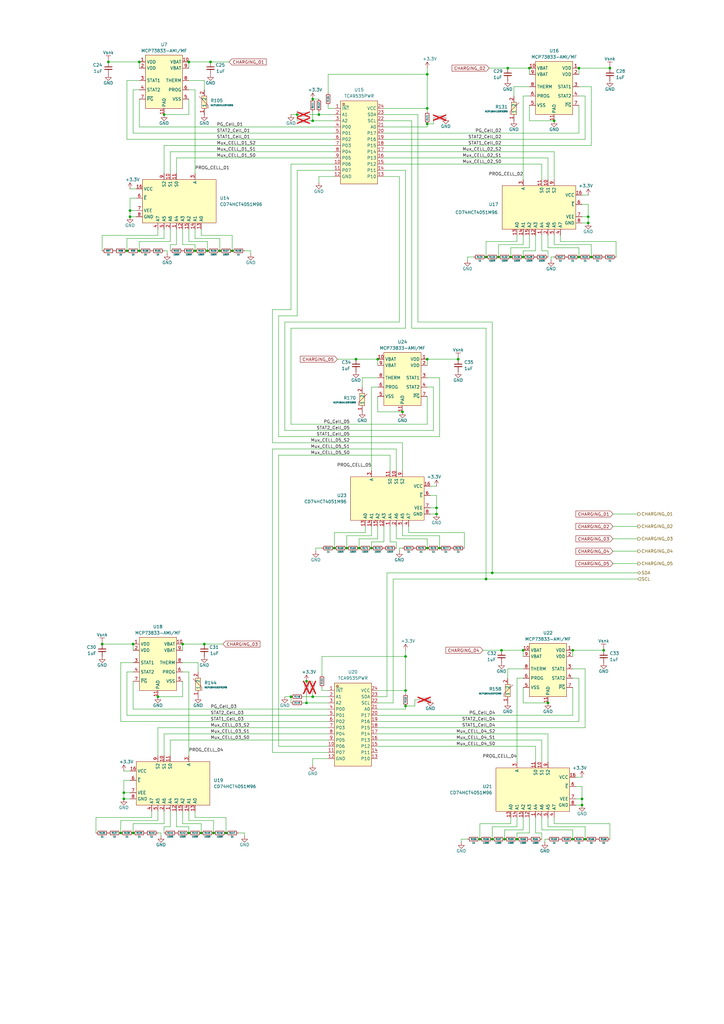
<source format=kicad_sch>
(kicad_sch (version 20231120) (generator "eeschema") (generator_version "8.0")
  (paper "A3" portrait)
  (junction (at 80.01 102.87))
  (junction (at 204.47 105.41))
  (junction (at 175.26 147.32))
  (junction (at 64.77 285.75))
  (junction (at 74.93 264.16))
  (junction (at 166.37 289.56))
  (junction (at 165.1 168.91))
  (junction (at 41.91 264.16))
  (junction (at 175.26 50.8))
  (junction (at 50.8 325.12))
  (junction (at 247.65 266.7))
  (junction (at 128.27 285.75))
  (junction (at 95.25 102.87))
  (junction (at 44.45 25.4))
  (junction (at 121.92 46.99))
  (junction (at 179.07 208.28))
  (junction (at 119.38 285.75))
  (junction (at 241.3 91.44))
  (junction (at 214.63 105.41))
  (junction (at 199.39 105.41))
  (junction (at 52.07 102.87))
  (junction (at 67.31 46.99))
  (junction (at 49.53 341.63))
  (junction (at 241.3 88.9))
  (junction (at 54.61 264.16))
  (junction (at 125.73 288.29))
  (junction (at 77.47 341.63))
  (junction (at 147.32 224.79))
  (junction (at 166.37 269.24))
  (junction (at 175.26 30.48))
  (junction (at 90.17 102.87))
  (junction (at 50.8 327.66))
  (junction (at 128.27 49.53))
  (junction (at 175.26 44.45))
  (junction (at 146.05 147.32))
  (junction (at 234.95 266.7))
  (junction (at 238.76 330.2))
  (junction (at 142.24 224.79))
  (junction (at 212.09 344.17))
  (junction (at 54.61 341.63))
  (junction (at 92.71 341.63))
  (junction (at 207.01 344.17))
  (junction (at 125.73 279.4))
  (junction (at 217.17 27.94))
  (junction (at 209.55 105.41))
  (junction (at 237.49 105.41))
  (junction (at 227.33 49.53))
  (junction (at 234.95 344.17))
  (junction (at 237.49 27.94))
  (junction (at 240.03 344.17))
  (junction (at 86.36 25.4))
  (junction (at 199.39 237.49))
  (junction (at 201.93 234.95))
  (junction (at 187.96 147.32))
  (junction (at 57.15 25.4))
  (junction (at 224.79 288.29))
  (junction (at 201.93 344.17))
  (junction (at 128.27 40.64))
  (junction (at 130.81 46.99))
  (junction (at 242.57 105.41))
  (junction (at 214.63 266.7))
  (junction (at 166.37 283.21))
  (junction (at 77.47 25.4))
  (junction (at 180.34 224.79))
  (junction (at 53.34 88.9))
  (junction (at 57.15 102.87))
  (junction (at 85.09 102.87))
  (junction (at 83.82 264.16))
  (junction (at 87.63 341.63))
  (junction (at 250.19 27.94))
  (junction (at 82.55 341.63))
  (junction (at 179.07 210.82))
  (junction (at 208.28 27.94))
  (junction (at 152.4 224.79))
  (junction (at 175.26 224.79))
  (junction (at 154.94 147.32))
  (junction (at 53.34 86.36))
  (junction (at 205.74 266.7))
  (junction (at 238.76 327.66))
  (junction (at 196.85 344.17))
  (junction (at 137.16 224.79))
  (wire (pts (xy 157.48 46.99) (xy 171.45 46.99)))
  (wire (pts (xy 222.25 335.28) (xy 222.25 340.36)))
  (wire (pts (xy 242.57 35.56) (xy 237.49 35.56)))
  (wire (pts (xy 212.09 99.06) (xy 212.09 96.52)))
  (wire (pts (xy 226.06 105.41) (xy 226.06 106.68)))
  (wire (pts (xy 54.61 54.61) (xy 54.61 36.83)))
  (wire (pts (xy 77.47 336.55) (xy 77.47 332.74)))
  (wire (pts (xy 116.84 132.08) (xy 116.84 176.53)))
  (wire (pts (xy 80.01 100.33) (xy 80.01 102.87)))
  (wire (pts (xy 44.45 25.4) (xy 57.15 25.4)))
  (wire (pts (xy 214.63 340.36) (xy 207.01 340.36)))
  (wire (pts (xy 236.22 327.66) (xy 238.76 327.66)))
  (wire (pts (xy 238.76 327.66) (xy 238.76 330.2)))
  (wire (pts (xy 64.77 93.98) (xy 64.77 96.52)))
  (wire (pts (xy 222.25 340.36) (xy 234.95 340.36)))
  (wire (pts (xy 210.82 35.56) (xy 210.82 39.37)))
  (wire (pts (xy 53.34 325.12) (xy 50.8 325.12)))
  (wire (pts (xy 157.48 222.25) (xy 152.4 222.25)))
  (wire (pts (xy 134.62 44.45) (xy 137.16 44.45)))
  (wire (pts (xy 119.38 285.75) (xy 119.38 288.29)))
  (wire (pts (xy 205.74 266.7) (xy 198.12 266.7)))
  (wire (pts (xy 74.93 264.16) (xy 83.82 264.16)))
  (wire (pts (xy 137.16 67.31) (xy 119.38 67.31)))
  (wire (pts (xy 74.93 264.16) (xy 74.93 266.7)))
  (wire (pts (xy 137.16 218.44) (xy 137.16 224.79)))
  (wire (pts (xy 57.15 52.07) (xy 57.15 40.64)))
  (wire (pts (xy 158.75 234.95) (xy 201.93 234.95)))
  (wire (pts (xy 129.54 226.06) (xy 129.54 224.79)))
  (wire (pts (xy 217.17 341.63) (xy 212.09 341.63)))
  (wire (pts (xy 90.17 97.79) (xy 90.17 102.87)))
  (wire (pts (xy 162.56 222.25) (xy 160.02 222.25)))
  (wire (pts (xy 82.55 337.82) (xy 82.55 341.63)))
  (wire (pts (xy 146.05 147.32) (xy 138.43 147.32)))
  (wire (pts (xy 171.45 46.99) (xy 171.45 132.08)))
  (wire (pts (xy 67.31 339.09) (xy 69.85 339.09)))
  (wire (pts (xy 199.39 99.06) (xy 199.39 105.41)))
  (wire (pts (xy 127 49.53) (xy 128.27 49.53)))
  (wire (pts (xy 77.47 40.64) (xy 77.47 46.99)))
  (wire (pts (xy 176.53 208.28) (xy 179.07 208.28)))
  (wire (pts (xy 177.8 158.75) (xy 175.26 158.75)))
  (wire (pts (xy 214.63 102.87) (xy 214.63 105.41)))
  (wire (pts (xy 175.26 30.48) (xy 175.26 44.45)))
  (wire (pts (xy 217.17 96.52) (xy 217.17 101.6)))
  (wire (pts (xy 175.26 50.8) (xy 175.26 52.07)))
  (wire (pts (xy 55.88 86.36) (xy 53.34 86.36)))
  (wire (pts (xy 238.76 322.58) (xy 238.76 327.66)))
  (wire (pts (xy 162.56 220.98) (xy 175.26 220.98)))
  (wire (pts (xy 132.08 269.24) (xy 166.37 269.24)))
  (wire (pts (xy 154.94 283.21) (xy 166.37 283.21)))
  (wire (pts (xy 54.61 290.83) (xy 54.61 279.4)))
  (wire (pts (xy 50.8 316.23) (xy 53.34 316.23)))
  (wire (pts (xy 69.85 100.33) (xy 72.39 100.33)))
  (wire (pts (xy 67.31 59.69) (xy 67.31 71.12)))
  (wire (pts (xy 152.4 158.75) (xy 152.4 193.04)))
  (wire (pts (xy 212.09 278.13) (xy 214.63 278.13)))
  (wire (pts (xy 201.93 132.08) (xy 201.93 234.95)))
  (wire (pts (xy 214.63 100.33) (xy 214.63 96.52)))
  (wire (pts (xy 154.94 147.32) (xy 146.05 147.32)))
  (wire (pts (xy 124.46 285.75) (xy 128.27 285.75)))
  (wire (pts (xy 74.93 285.75) (xy 64.77 285.75)))
  (wire (pts (xy 238.76 322.58) (xy 236.22 322.58)))
  (wire (pts (xy 180.34 219.71) (xy 180.34 224.79)))
  (wire (pts (xy 214.63 39.37) (xy 214.63 73.66)))
  (wire (pts (xy 179.07 199.39) (xy 176.53 199.39)))
  (wire (pts (xy 69.85 62.23) (xy 137.16 62.23)))
  (wire (pts (xy 125.73 288.29) (xy 134.62 288.29)))
  (wire (pts (xy 191.77 105.41) (xy 194.31 105.41)))
  (wire (pts (xy 227.33 337.82) (xy 250.19 337.82)))
  (wire (pts (xy 54.61 337.82) (xy 54.61 341.63)))
  (wire (pts (xy 67.31 309.88) (xy 67.31 300.99)))
  (wire (pts (xy 179.07 203.2) (xy 176.53 203.2)))
  (wire (pts (xy 69.85 309.88) (xy 69.85 303.53)))
  (wire (pts (xy 222.25 341.63) (xy 219.71 341.63)))
  (wire (pts (xy 240.03 274.32) (xy 234.95 274.32)))
  (wire (pts (xy 180.34 154.94) (xy 175.26 154.94)))
  (wire (pts (xy 152.4 158.75) (xy 154.94 158.75)))
  (wire (pts (xy 53.34 88.9) (xy 55.88 88.9)))
  (wire (pts (xy 166.37 289.56) (xy 166.37 290.83)))
  (wire (pts (xy 175.26 173.99) (xy 175.26 162.56)))
  (wire (pts (xy 229.87 99.06) (xy 252.73 99.06)))
  (wire (pts (xy 52.07 293.37) (xy 52.07 275.59)))
  (wire (pts (xy 142.24 219.71) (xy 142.24 224.79)))
  (wire (pts (xy 132.08 276.86) (xy 132.08 269.24)))
  (wire (pts (xy 152.4 222.25) (xy 152.4 224.79)))
  (wire (pts (xy 64.77 332.74) (xy 64.77 336.55)))
  (wire (pts (xy 77.47 275.59) (xy 77.47 309.88)))
  (wire (pts (xy 237.49 54.61) (xy 237.49 43.18)))
  (wire (pts (xy 50.8 325.12) (xy 50.8 327.66)))
  (wire (pts (xy 161.29 288.29) (xy 161.29 237.49)))
  (wire (pts (xy 222.25 102.87) (xy 222.25 96.52)))
  (wire (pts (xy 229.87 96.52) (xy 229.87 99.06)))
  (wire (pts (xy 167.64 215.9) (xy 167.64 218.44)))
  (wire (pts (xy 66.04 341.63) (xy 66.04 342.9)))
  (wire (pts (xy 67.31 341.63) (xy 67.31 339.09)))
  (wire (pts (xy 83.82 33.02) (xy 83.82 36.83)))
  (wire (pts (xy 222.25 303.53) (xy 154.94 303.53)))
  (wire (pts (xy 171.45 132.08) (xy 201.93 132.08)))
  (wire (pts (xy 128.27 49.53) (xy 137.16 49.53)))
  (wire (pts (xy 217.17 101.6) (xy 209.55 101.6)))
  (wire (pts (xy 162.56 215.9) (xy 162.56 220.98)))
  (wire (pts (xy 237.49 295.91) (xy 237.49 278.13)))
  (wire (pts (xy 214.63 281.94) (xy 214.63 288.29)))
  (wire (pts (xy 240.03 298.45) (xy 154.94 298.45)))
  (wire (pts (xy 209.55 337.82) (xy 196.85 337.82)))
  (wire (pts (xy 69.85 93.98) (xy 69.85 99.06)))
  (wire (pts (xy 74.93 93.98) (xy 74.93 100.33)))
  (wire (pts (xy 224.79 102.87) (xy 222.25 102.87)))
  (wire (pts (xy 160.02 222.25) (xy 160.02 215.9)))
  (wire (pts (xy 68.58 102.87) (xy 67.31 102.87)))
  (wire (pts (xy 49.53 271.78) (xy 54.61 271.78)))
  (wire (pts (xy 69.85 339.09) (xy 69.85 332.74)))
  (wire (pts (xy 165.1 181.61) (xy 111.76 181.61)))
  (wire (pts (xy 165.1 219.71) (xy 180.34 219.71)))
  (wire (pts (xy 234.95 293.37) (xy 154.94 293.37)))
  (wire (pts (xy 219.71 341.63) (xy 219.71 335.28)))
  (wire (pts (xy 121.92 69.85) (xy 121.92 129.54)))
  (wire (pts (xy 175.26 147.32) (xy 175.26 149.86)))
  (wire (pts (xy 163.83 72.39) (xy 163.83 132.08)))
  (wire (pts (xy 201.93 339.09) (xy 212.09 339.09)))
  (wire (pts (xy 74.93 100.33) (xy 80.01 100.33)))
  (wire (pts (xy 67.31 93.98) (xy 67.31 97.79)))
  (wire (pts (xy 241.3 80.01) (xy 238.76 80.01)))
  (wire (pts (xy 175.26 44.45) (xy 175.26 45.72)))
  (wire (pts (xy 166.37 269.24) (xy 166.37 283.21)))
  (wire (pts (xy 209.55 337.82) (xy 209.55 335.28)))
  (wire (pts (xy 124.46 288.29) (xy 125.73 288.29)))
  (wire (pts (xy 179.07 208.28) (xy 179.07 210.82)))
  (wire (pts (xy 64.77 298.45) (xy 64.77 309.88)))
  (wire (pts (xy 53.34 81.28) (xy 55.88 81.28)))
  (wire (pts (xy 163.83 224.79) (xy 163.83 226.06)))
  (wire (pts (xy 217.17 27.94) (xy 217.17 30.48)))
  (wire (pts (xy 222.25 73.66) (xy 222.25 67.31)))
  (wire (pts (xy 69.85 102.87) (xy 69.85 100.33)))
  (wire (pts (xy 204.47 100.33) (xy 204.47 105.41)))
  (wire (pts (xy 119.38 67.31) (xy 119.38 127)))
  (wire (pts (xy 170.18 287.02) (xy 170.18 289.56)))
  (wire (pts (xy 116.84 176.53) (xy 177.8 176.53)))
  (wire (pts (xy 142.24 219.71) (xy 152.4 219.71)))
  (wire (pts (xy 224.79 101.6) (xy 237.49 101.6)))
  (wire (pts (xy 227.33 335.28) (xy 227.33 337.82)))
  (wire (pts (xy 250.19 27.94) (xy 237.49 27.94)))
  (wire (pts (xy 128.27 45.72) (xy 128.27 49.53)))
  (wire (pts (xy 207.01 340.36) (xy 207.01 344.17)))
  (wire (pts (xy 69.85 99.06) (xy 57.15 99.06)))
  (wire (pts (xy 128.27 311.15) (xy 134.62 311.15)))
  (wire (pts (xy 162.56 193.04) (xy 162.56 184.15)))
  (wire (pts (xy 227.33 100.33) (xy 242.57 100.33)))
  (wire (pts (xy 240.03 298.45) (xy 240.03 274.32)))
  (wire (pts (xy 165.1 215.9) (xy 165.1 219.71)))
  (wire (pts (xy 74.93 332.74) (xy 74.93 337.82)))
  (wire (pts (xy 242.57 100.33) (xy 242.57 105.41)))
  (wire (pts (xy 154.94 285.75) (xy 158.75 285.75)))
  (wire (pts (xy 111.76 308.61) (xy 111.76 184.15)))
  (wire (pts (xy 49.53 295.91) (xy 49.53 271.78)))
  (wire (pts (xy 77.47 275.59) (xy 74.93 275.59)))
  (wire (pts (xy 157.48 215.9) (xy 157.48 222.25)))
  (wire (pts (xy 95.25 96.52) (xy 95.25 102.87)))
  (wire (pts (xy 125.73 284.48) (xy 125.73 288.29)))
  (wire (pts (xy 154.94 288.29) (xy 161.29 288.29)))
  (wire (pts (xy 154.94 220.98) (xy 147.32 220.98)))
  (wire (pts (xy 165.1 181.61) (xy 165.1 193.04)))
  (wire (pts (xy 64.77 336.55) (xy 49.53 336.55)))
  (wire (pts (xy 128.27 285.75) (xy 134.62 285.75)))
  (wire (pts (xy 234.95 293.37) (xy 234.95 281.94)))
  (wire (pts (xy 179.07 203.2) (xy 179.07 208.28)))
  (wire (pts (xy 77.47 25.4) (xy 86.36 25.4)))
  (wire (pts (xy 187.96 147.32) (xy 175.26 147.32)))
  (wire (pts (xy 223.52 344.17) (xy 223.52 345.44)))
  (wire (pts (xy 157.48 52.07) (xy 175.26 52.07)))
  (wire (pts (xy 180.34 179.07) (xy 180.34 154.94)))
  (wire (pts (xy 85.09 99.06) (xy 85.09 102.87)))
  (wire (pts (xy 77.47 25.4) (xy 77.47 27.94)))
  (wire (pts (xy 121.92 129.54) (xy 114.3 129.54)))
  (wire (pts (xy 129.54 224.79) (xy 132.08 224.79)))
  (wire (pts (xy 86.36 25.4) (xy 93.98 25.4)))
  (wire (pts (xy 100.33 341.63) (xy 97.79 341.63)))
  (wire (pts (xy 240.03 39.37) (xy 237.49 39.37)))
  (wire (pts (xy 222.25 67.31) (xy 157.48 67.31)))
  (wire (pts (xy 154.94 154.94) (xy 148.59 154.94)))
  (wire (pts (xy 72.39 332.74) (xy 72.39 339.09)))
  (wire (pts (xy 128.27 40.64) (xy 130.81 40.64)))
  (wire (pts (xy 130.81 72.39) (xy 130.81 74.93)))
  (wire (pts (xy 152.4 219.71) (xy 152.4 215.9)))
  (wire (pts (xy 54.61 54.61) (xy 137.16 54.61)))
  (wire (pts (xy 250.19 337.82) (xy 250.19 344.17)))
  (wire (pts (xy 119.38 127) (xy 111.76 127)))
  (wire (pts (xy 162.56 184.15) (xy 111.76 184.15)))
  (wire (pts (xy 149.86 218.44) (xy 149.86 215.9)))
  (wire (pts (xy 77.47 33.02) (xy 83.82 33.02)))
  (wire (pts (xy 242.57 59.69) (xy 242.57 35.56)))
  (wire (pts (xy 237.49 54.61) (xy 157.48 54.61)))
  (wire (pts (xy 72.39 339.09) (xy 77.47 339.09)))
  (wire (pts (xy 82.55 96.52) (xy 82.55 93.98)))
  (wire (pts (xy 119.38 46.99) (xy 121.92 46.99)))
  (wire (pts (xy 212.09 99.06) (xy 199.39 99.06)))
  (wire (pts (xy 160.02 193.04) (xy 160.02 186.69)))
  (wire (pts (xy 128.27 311.15) (xy 128.27 313.69)))
  (wire (pts (xy 72.39 100.33) (xy 72.39 93.98)))
  (wire (pts (xy 39.37 335.28) (xy 39.37 341.63)))
  (wire (pts (xy 237.49 295.91) (xy 154.94 295.91)))
  (wire (pts (xy 154.94 147.32) (xy 154.94 149.86)))
  (wire (pts (xy 125.73 279.4) (xy 128.27 279.4)))
  (wire (pts (xy 214.63 266.7) (xy 214.63 269.24)))
  (wire (pts (xy 224.79 73.66) (xy 224.79 64.77)))
  (wire (pts (xy 219.71 96.52) (xy 219.71 102.87)))
  (wire (pts (xy 199.39 134.62) (xy 199.39 237.49)))
  (wire (pts (xy 111.76 127) (xy 111.76 181.61)))
  (wire (pts (xy 222.25 312.42) (xy 222.25 303.53)))
  (wire (pts (xy 102.87 104.14) (xy 102.87 102.87)))
  (wire (pts (xy 77.47 99.06) (xy 85.09 99.06)))
  (wire (pts (xy 53.34 77.47) (xy 55.88 77.47)))
  (wire (pts (xy 160.02 186.69) (xy 114.3 186.69)))
  (wire (pts (xy 157.48 72.39) (xy 163.83 72.39)))
  (wire (pts (xy 168.91 134.62) (xy 199.39 134.62)))
  (wire (pts (xy 212.09 341.63) (xy 212.09 344.17)))
  (wire (pts (xy 208.28 27.94) (xy 200.66 27.94)))
  (wire (pts (xy 237.49 101.6) (xy 237.49 105.41)))
  (wire (pts (xy 222.25 344.17) (xy 222.25 341.63)))
  (wire (pts (xy 41.91 96.52) (xy 41.91 102.87)))
  (wire (pts (xy 238.76 88.9) (xy 241.3 88.9)))
  (wire (pts (xy 166.37 283.21) (xy 166.37 284.48)))
  (wire (pts (xy 147.32 220.98) (xy 147.32 224.79)))
  (wire (pts (xy 134.62 308.61) (xy 111.76 308.61)))
  (wire (pts (xy 175.26 220.98) (xy 175.26 224.79)))
  (wire (pts (xy 238.76 318.77) (xy 236.22 318.77)))
  (wire (pts (xy 241.3 83.82) (xy 241.3 88.9)))
  (wire (pts (xy 82.55 96.52) (xy 95.25 96.52)))
  (wire (pts (xy 67.31 59.69) (xy 137.16 59.69)))
  (wire (pts (xy 201.93 234.95) (xy 261.62 234.95)))
  (wire (pts (xy 251.46 215.9) (xy 261.62 215.9)))
  (wire (pts (xy 157.48 49.53) (xy 168.91 49.53)))
  (wire (pts (xy 134.62 30.48) (xy 175.26 30.48)))
  (wire (pts (xy 80.01 335.28) (xy 92.71 335.28)))
  (wire (pts (xy 242.57 59.69) (xy 157.48 59.69)))
  (wire (pts (xy 196.85 337.82) (xy 196.85 344.17)))
  (wire (pts (xy 157.48 44.45) (xy 175.26 44.45)))
  (wire (pts (xy 201.93 339.09) (xy 201.93 344.17)))
  (wire (pts (xy 240.03 57.15) (xy 240.03 39.37)))
  (wire (pts (xy 154.94 215.9) (xy 154.94 220.98)))
  (wire (pts (xy 241.3 83.82) (xy 238.76 83.82)))
  (wire (pts (xy 175.26 27.94) (xy 175.26 30.48)))
  (wire (pts (xy 54.61 36.83) (xy 57.15 36.83)))
  (wire (pts (xy 52.07 57.15) (xy 52.07 33.02)))
  (wire (pts (xy 190.5 218.44) (xy 190.5 224.79)))
  (wire (pts (xy 240.03 339.09) (xy 240.03 344.17)))
  (wire (pts (xy 234.95 340.36) (xy 234.95 344.17)))
  (wire (pts (xy 189.23 344.17) (xy 191.77 344.17)))
  (wire (pts (xy 251.46 231.14) (xy 261.62 231.14)))
  (wire (pts (xy 179.07 210.82) (xy 176.53 210.82)))
  (wire (pts (xy 214.63 266.7) (xy 205.74 266.7)))
  (wire (pts (xy 53.34 81.28) (xy 53.34 86.36)))
  (wire (pts (xy 154.94 162.56) (xy 154.94 168.91)))
  (wire (pts (xy 241.3 91.44) (xy 238.76 91.44)))
  (wire (pts (xy 50.8 327.66) (xy 53.34 327.66)))
  (wire (pts (xy 134.62 30.48) (xy 134.62 38.1)))
  (wire (pts (xy 102.87 102.87) (xy 100.33 102.87)))
  (wire (pts (xy 67.31 337.82) (xy 54.61 337.82)))
  (wire (pts (xy 72.39 71.12) (xy 72.39 64.77)))
  (wire (pts (xy 130.81 46.99) (xy 137.16 46.99)))
  (wire (pts (xy 226.06 105.41) (xy 227.33 105.41)))
  (wire (pts (xy 52.07 97.79) (xy 52.07 102.87)))
  (wire (pts (xy 41.91 264.16) (xy 54.61 264.16)))
  (wire (pts (xy 49.53 336.55) (xy 49.53 341.63)))
  (wire (pts (xy 212.09 339.09) (xy 212.09 335.28)))
  (wire (pts (xy 130.81 72.39) (xy 137.16 72.39)))
  (wire (pts (xy 157.48 69.85) (xy 166.37 69.85)))
  (wire (pts (xy 64.77 298.45) (xy 134.62 298.45)))
  (wire (pts (xy 166.37 69.85) (xy 166.37 134.62)))
  (wire (pts (xy 81.28 271.78) (xy 81.28 275.59)))
  (wire (pts (xy 219.71 306.07) (xy 154.94 306.07)))
  (wire (pts (xy 52.07 57.15) (xy 137.16 57.15)))
  (wire (pts (xy 74.93 279.4) (xy 74.93 285.75)))
  (wire (pts (xy 50.8 320.04) (xy 53.34 320.04)))
  (wire (pts (xy 80.01 36.83) (xy 80.01 71.12)))
  (wire (pts (xy 227.33 96.52) (xy 227.33 100.33)))
  (wire (pts (xy 92.71 335.28) (xy 92.71 341.63)))
  (wire (pts (xy 251.46 226.06) (xy 261.62 226.06)))
  (wire (pts (xy 67.31 332.74) (xy 67.31 337.82)))
  (wire (pts (xy 62.23 332.74) (xy 62.23 335.28)))
  (wire (pts (xy 167.64 218.44) (xy 190.5 218.44)))
  (wire (pts (xy 227.33 62.23) (xy 227.33 73.66)))
  (wire (pts (xy 217.17 49.53) (xy 227.33 49.53)))
  (wire (pts (xy 128.27 284.48) (xy 128.27 285.75)))
  (wire (pts (xy 100.33 342.9) (xy 100.33 341.63)))
  (wire (pts (xy 50.8 320.04) (xy 50.8 325.12)))
  (wire (pts (xy 224.79 105.41) (xy 224.79 102.87)))
  (wire (pts (xy 212.09 278.13) (xy 212.09 312.42)))
  (wire (pts (xy 214.63 39.37) (xy 217.17 39.37)))
  (wire (pts (xy 74.93 337.82) (xy 82.55 337.82)))
  (wire (pts (xy 64.77 96.52) (xy 41.91 96.52)))
  (wire (pts (xy 252.73 99.06) (xy 252.73 105.41)))
  (wire (pts (xy 74.93 271.78) (xy 81.28 271.78)))
  (wire (pts (xy 177.8 50.8) (xy 175.26 50.8)))
  (wire (pts (xy 217.17 43.18) (xy 217.17 49.53)))
  (wire (pts (xy 154.94 290.83) (xy 166.37 290.83)))
  (wire (pts (xy 87.63 336.55) (xy 87.63 341.63)))
  (wire (pts (xy 241.3 88.9) (xy 241.3 91.44)))
  (wire (pts (xy 177.8 176.53) (xy 177.8 158.75)))
  (wire (pts (xy 189.23 345.44) (xy 189.23 344.17)))
  (wire (pts (xy 137.16 69.85) (xy 121.92 69.85)))
  (wire (pts (xy 54.61 264.16) (xy 54.61 266.7)))
  (wire (pts (xy 209.55 101.6) (xy 209.55 105.41)))
  (wire (pts (xy 57.15 99.06) (xy 57.15 102.87)))
  (wire (pts (xy 114.3 306.07) (xy 114.3 186.69)))
  (wire (pts (xy 224.79 96.52) (xy 224.79 101.6)))
  (wire (pts (xy 219.71 102.87) (xy 214.63 102.87)))
  (wire (pts (xy 166.37 266.7) (xy 166.37 269.24)))
  (wire (pts (xy 217.17 35.56) (xy 210.82 35.56)))
  (wire (pts (xy 199.39 237.49) (xy 261.62 237.49)))
  (wire (pts (xy 66.04 341.63) (xy 64.77 341.63)))
  (wire (pts (xy 247.65 266.7) (xy 234.95 266.7)))
  (wire (pts (xy 168.91 49.53) (xy 168.91 134.62)))
  (wire (pts (xy 67.31 97.79) (xy 52.07 97.79)))
  (wire (pts (xy 80.01 97.79) (xy 80.01 93.98)))
  (wire (pts (xy 180.34 179.07) (xy 114.3 179.07)))
  (wire (pts (xy 217.17 335.28) (xy 217.17 341.63)))
  (wire (pts (xy 237.49 278.13) (xy 234.95 278.13)))
  (wire (pts (xy 204.47 100.33) (xy 214.63 100.33)))
  (wire (pts (xy 154.94 168.91) (xy 165.1 168.91)))
  (wire (pts (xy 224.79 339.09) (xy 240.03 339.09)))
  (wire (pts (xy 240.03 57.15) (xy 157.48 57.15)))
  (wire (pts (xy 49.53 295.91) (xy 134.62 295.91)))
  (wire (pts (xy 134.62 43.18) (xy 134.62 44.45)))
  (wire (pts (xy 77.47 339.09) (xy 77.47 341.63)))
  (wire (pts (xy 163.83 132.08) (xy 116.84 132.08)))
  (wire (pts (xy 134.62 306.07) (xy 114.3 306.07)))
  (wire (pts (xy 224.79 300.99) (xy 154.94 300.99)))
  (wire (pts (xy 52.07 33.02) (xy 57.15 33.02)))
  (wire (pts (xy 69.85 303.53) (xy 134.62 303.53)))
  (wire (pts (xy 163.83 224.79) (xy 165.1 224.79)))
  (wire (pts (xy 158.75 285.75) (xy 158.75 234.95)))
  (wire (pts (xy 223.52 344.17) (xy 224.79 344.17)))
  (wire (pts (xy 67.31 300.99) (xy 134.62 300.99)))
  (wire (pts (xy 214.63 335.28) (xy 214.63 340.36)))
  (wire (pts (xy 80.01 36.83) (xy 77.47 36.83)))
  (wire (pts (xy 80.01 335.28) (xy 80.01 332.74)))
  (wire (pts (xy 52.07 275.59) (xy 54.61 275.59)))
  (wire (pts (xy 217.17 27.94) (xy 208.28 27.94)))
  (wire (pts (xy 83.82 264.16) (xy 91.44 264.16)))
  (wire (pts (xy 121.92 46.99) (xy 121.92 49.53)))
  (wire (pts (xy 171.45 287.02) (xy 170.18 287.02)))
  (wire (pts (xy 53.34 86.36) (xy 53.34 88.9)))
  (wire (pts (xy 148.59 154.94) (xy 148.59 158.75)))
  (wire (pts (xy 52.07 293.37) (xy 134.62 293.37)))
  (wire (pts (xy 175.26 173.99) (xy 119.38 173.99)))
  (wire (pts (xy 68.58 102.87) (xy 68.58 104.14)))
  (wire (pts (xy 116.84 285.75) (xy 119.38 285.75)))
  (wire (pts (xy 214.63 288.29) (xy 224.79 288.29)))
  (wire (pts (xy 69.85 71.12) (xy 69.85 62.23)))
  (wire (pts (xy 72.39 64.77) (xy 137.16 64.77)))
  (wire (pts (xy 208.28 274.32) (xy 208.28 278.13)))
  (wire (pts (xy 224.79 64.77) (xy 157.48 64.77)))
  (wire (pts (xy 114.3 129.54) (xy 114.3 179.07)))
  (wire (pts (xy 119.38 134.62) (xy 119.38 173.99)))
  (wire (pts (xy 219.71 312.42) (xy 219.71 306.07)))
  (wire (pts (xy 191.77 106.68) (xy 191.77 105.41)))
  (wire (pts (xy 162.56 224.79) (xy 162.56 222.25)))
  (wire (pts (xy 77.47 46.99) (xy 67.31 46.99)))
  (wire (pts (xy 132.08 281.94) (xy 132.08 283.21)))
  (wire (pts (xy 132.08 283.21) (xy 134.62 283.21)))
  (wire (pts (xy 127 46.99) (xy 130.81 46.99)))
  (wire (pts (xy 57.15 52.07) (xy 137.16 52.07)))
  (wire (pts (xy 166.37 134.62) (xy 119.38 134.62)))
  (wire (pts (xy 224.79 300.99) (xy 224.79 312.42)))
  (wire (pts (xy 237.49 27.94) (xy 237.49 30.48)))
  (wire (pts (xy 234.95 266.7) (xy 234.95 269.24)))
  (wire (pts (xy 77.47 93.98) (xy 77.47 99.06)))
  (wire (pts (xy 161.29 237.49) (xy 199.39 237.49)))
  (wire (pts (xy 224.79 335.28) (xy 224.79 339.09)))
  (wire (pts (xy 87.63 336.55) (xy 77.47 336.55)))
  (wire (pts (xy 62.23 335.28) (xy 39.37 335.28)))
  (wire (pts (xy 177.8 48.26) (xy 177.8 50.8)))
  (wire (pts (xy 149.86 218.44) (xy 137.16 218.44)))
  (wire (pts (xy 227.33 62.23) (xy 157.48 62.23)))
  (wire (pts (xy 214.63 274.32) (xy 208.28 274.32)))
  (wire (pts (xy 251.46 220.98) (xy 261.62 220.98)))
  (wire (pts (xy 170.18 289.56) (xy 166.37 289.56)))
  (wire (pts (xy 130.81 45.72) (xy 130.81 46.99)))
  (wire (pts (xy 251.46 210.82) (xy 261.62 210.82)))
  (wire (pts (xy 54.61 290.83) (xy 134.62 290.83)))
  (wire (pts (xy 90.17 97.79) (xy 80.01 97.79)))
  (wire (pts (xy 238.76 330.2) (xy 236.22 330.2)))
  (wire (pts (xy 57.15 25.4) (xy 57.15 27.94)))
  (label "STAT1_Cell_03" (at 86.36 295.91 0) (property "Netclass" "Logic_IC_BAT" (effects (hide yes))))
  (label "STAT1_Cell_04" (at 203.2 298.45 180) (property "Netclass" "Logic_IC_BAT" (effects (hide yes))))
  (label "PROG_CELL_05" (at 152.4 191.77 180) (property "Netclass" "Logic_IC_BAT" (effects (hide yes))))
  (label "STAT2_Cell_02" (at 205.74 57.15 180) (property "Netclass" "Logic_IC_BAT" (effects (hide yes))))
  (label "Mux_CELL_04_S2" (at 203.2 300.99 180) (property "Netclass" "Logic_IC_BAT" (effects (hide yes))))
  (label "Mux_CELL_04_S0" (at 203.2 306.07 180) (property "Netclass" "Logic_IC_BAT" (effects (hide yes))))
  (label "Mux_CELL_05_S2" (at 143.51 181.61 180) (property "Netclass" "Logic_IC_BAT" (effects (hide yes))))
  (label "Mux_CELL_02_S2" (at 205.74 62.23 180) (property "Netclass" "Logic_IC_BAT" (effects (hide yes))))
  (label "Mux_CELL_02_S1" (at 205.74 64.77 180) (property "Netclass" "Logic_IC_BAT" (effects (hide yes))))
  (label "Mux_CELL_03_S0" (at 86.36 303.53 0) (property "Netclass" "Logic_IC_BAT" (effects (hide yes))))
  (label "PROG_CELL_04" (at 212.09 311.15 180) (property "Netclass" "Logic_IC_BAT" (effects (hide yes))))
  (label "PG_Cell_01" (at 88.9 52.07 0) (property "Netclass" "Logic_IC_BAT" (effects (hide yes))))
  (label "STAT2_Cell_03" (at 86.36 293.37 0) (property "Netclass" "Logic_IC_BAT" (effects (hide yes))))
  (label "STAT1_Cell_05" (at 143.51 179.07 180) (property "Netclass" "Logic_IC_BAT" (effects (hide yes))))
  (label "PROG_CELL_04" (at 77.47 308.61 0) (property "Netclass" "Logic_IC_BAT" (effects (hide yes))))
  (label "PROG_CELL_01" (at 80.01 69.85 0) (property "Netclass" "Logic_IC_BAT" (effects (hide yes))))
  (label "Mux_CELL_02_S0" (at 205.74 67.31 180) (property "Netclass" "Logic_IC_BAT" (effects (hide yes))))
  (label "STAT1_Cell_02" (at 205.74 59.69 180) (property "Netclass" "Logic_IC_BAT" (effects (hide yes))))
  (label "Mux_CELL_01_S2" (at 88.9 59.69 0) (property "Netclass" "Logic_IC_BAT" (effects (hide yes))))
  (label "STAT1_Cell_01" (at 88.9 57.15 0) (property "Netclass" "Logic_IC_BAT" (effects (hide yes))))
  (label "PG_Cell_05" (at 143.51 173.99 180) (property "Netclass" "Logic_IC_BAT" (effects (hide yes))))
  (label "Mux_CELL_04_S1" (at 203.2 303.53 180) (property "Netclass" "Logic_IC_BAT" (effects (hide yes))))
  (label "STAT2_Cell_04" (at 203.2 295.91 180) (property "Netclass" "Logic_IC_BAT" (effects (hide yes))))
  (label "Mux_CELL_05_S0" (at 143.51 186.69 180) (property "Netclass" "Logic_IC_BAT" (effects (hide yes))))
  (label "PG_Cell_03" (at 86.36 290.83 0) (property "Netclass" "Logic_IC_BAT" (effects (hide yes))))
  (label "PROG_CELL_02" (at 214.63 72.39 180) (property "Netclass" "Logic_IC_BAT" (effects (hide yes))))
  (label "PG_Cell_02" (at 205.74 54.61 180) (property "Netclass" "Logic_IC_BAT" (effects (hide yes))))
  (label "STAT2_Cell_05" (at 143.51 176.53 180) (property "Netclass" "Logic_IC_BAT" (effects (hide yes))))
  (label "STAT2_Cell_01" (at 88.9 54.61 0) (property "Netclass" "Logic_IC_BAT" (effects (hide yes))))
  (label "Mux_CELL_03_S2" (at 86.36 298.45 0) (property "Netclass" "Logic_IC_BAT" (effects (hide yes))))
  (label "Mux_CELL_01_S0" (at 88.9 64.77 0) (property "Netclass" "Logic_IC_BAT" (effects (hide yes))))
  (label "Mux_CELL_01_S1" (at 88.9 62.23 0) (property "Netclass" "Logic_IC_BAT" (effects (hide yes))))
  (label "Mux_CELL_05_S1" (at 143.51 184.15 180) (property "Netclass" "Logic_IC_BAT" (effects (hide yes))))
  (label "Mux_CELL_03_S1" (at 86.36 300.99 0) (property "Netclass" "Logic_IC_BAT" (effects (hide yes))))
  (label "PG_Cell_04" (at 203.2 293.37 180) (property "Netclass" "Logic_IC_BAT" (effects (hide yes))))
  (global_label "CHARGING_01" (shape input) (at 251.46 210.82 180) (property "Intersheetrefs" "${INTERSHEET_REFS}" (effects (hide yes))) (property "Netclass" "POWER+5A" (effects (hide yes))))
  (global_label "CHARGING_03" (shape input) (at 91.44 264.16 0) (property "Intersheetrefs" "${INTERSHEET_REFS}" (effects (hide yes))) (property "Netclass" "POWER+5A" (effects (hide yes))))
  (global_label "CHARGING_04" (shape input) (at 198.12 266.7 180) (property "Intersheetrefs" "${INTERSHEET_REFS}" (effects (hide yes))) (property "Netclass" "POWER+5A" (effects (hide yes))))
  (global_label "CHARGING_01" (shape input) (at 93.98 25.4 0) (property "Intersheetrefs" "${INTERSHEET_REFS}" (effects (hide yes))) (property "Netclass" "POWER+5A" (effects (hide yes))))
  (global_label "CHARGING_05" (shape input) (at 251.46 231.14 180) (property "Intersheetrefs" "${INTERSHEET_REFS}" (effects (hide yes))) (property "Netclass" "POWER+5A" (effects (hide yes))))
  (global_label "CHARGING_02" (shape input) (at 200.66 27.94 180) (property "Intersheetrefs" "${INTERSHEET_REFS}" (effects (hide yes))) (property "Netclass" "POWER+5A" (effects (hide yes))))
  (global_label "CHARGING_03" (shape input) (at 251.46 220.98 180) (property "Intersheetrefs" "${INTERSHEET_REFS}" (effects (hide yes))) (property "Netclass" "POWER+5A" (effects (hide yes))))
  (global_label "CHARGING_05" (shape input) (at 138.43 147.32 180) (property "Intersheetrefs" "${INTERSHEET_REFS}" (effects (hide yes))) (property "Netclass" "POWER+5A" (effects (hide yes))))
  (global_label "CHARGING_02" (shape input) (at 251.46 215.9 180) (property "Intersheetrefs" "${INTERSHEET_REFS}" (effects (hide yes))) (property "Netclass" "POWER+5A" (effects (hide yes))))
  (global_label "CHARGING_04" (shape input) (at 251.46 226.06 180) (property "Intersheetrefs" "${INTERSHEET_REFS}" (effects (hide yes))) (property "Netclass" "POWER+5A" (effects (hide yes))))
  (hierarchical_label "CHARGING_03" (shape output) (at 261.62 220.98 0) (property "Netclass" "POWER+5A" (effects (hide yes))))
  (hierarchical_label "CHARGING_04" (shape output) (at 261.62 226.06 0) (property "Netclass" "POWER+5A" (effects (hide yes))))
  (hierarchical_label "CHARGING_05" (shape output) (at 261.62 231.14 0) (property "Netclass" "POWER+5A" (effects (hide yes))))
  (hierarchical_label "SDA" (shape bidirectional) (at 261.62 234.95 0) (property "Netclass" "I2C" (effects (hide yes))))
  (hierarchical_label "SCL" (shape input) (at 261.62 237.49 0) (property "Netclass" "I2C" (effects (hide yes))))
  (hierarchical_label "CHARGING_02" (shape output) (at 261.62 215.9 0) (property "Netclass" "POWER+5A" (effects (hide yes))))
  (hierarchical_label "CHARGING_01" (shape output) (at 261.62 210.82 0) (property "Netclass" "POWER+5A" (effects (hide yes))))
  (symbol (lib_id "Device:C_Small") (at 41.91 266.7 0) (mirror y) (unit 1)
    (property "Reference" "C30" (at 35.56 265.43 0) (effects (justify right)))
    (property "Value" "1uF" (at 35.814 267.97 0) (effects (justify right)))
    (property "Footprint" "Capacitor_SMD:C_1206_3216Metric" (effects (hide yes)))
    (property "Description" "Unpolarized capacitor, small symbol" (effects (hide yes)))
  )
  (symbol (lib_id "Device:R_Small") (at 199.39 344.17 90) (mirror x) (unit 1)
    (property "Reference" "R156" (at 199.39 344.17 90) (effects (font (size 0.635 0.635))))
    (property "Value" "100R" (at 199.39 345.694 90) (effects (font (size 0.635 0.635))))
    (property "Description" "Resistor, small symbol" (effects (hide yes)))
  )
  (symbol (lib_id "power:GND") (at 44.45 30.48 0) (unit 1)
    (property "Reference" "#PWR069" (effects (hide yes)))
    (property "Value" "GND" (at 44.45 34.036 0))
    (property "Description" "Power symbol creates a global label with name \"GND\" , ground" (effects (hide yes)))
  )
  (symbol (lib_id "easyeda2kicad:NCP18XH103F03RB") (at 210.82 44.45 270) (mirror x) (unit 1)
    (property "Reference" "R131" (at 208.28 43.8149 90) (effects (justify right)))
    (property "Value" "NCP18XH103F03RB" (at 208.28 45.72 90) (effects (font (size 0.635 0.635)) (justify right)))
    (property "Footprint" "easyeda2kicad:R0603" (effects (hide yes)))
    (property "Datasheet" "https://lcsc.com/product-detail/NTC-Thermistors_muRata_NCP18XH103F03RB_10KR-1002-1_C13564.html" (effects (hide yes)))
    (property "LCSC Part" "C13564" (effects (hide yes)))
  )
  (symbol (lib_id "easyeda2kicad:CD74HCT4051M96_C406862") (at 71.12 321.31 0) (unit 1)
    (property "Reference" "U19" (at 87.63 320.0399 0) (effects (justify left)))
    (property "Value" "CD74HCT4051M96" (at 87.63 322.5799 0) (effects (justify left)))
    (property "Footprint" "easyeda2kicad:SOP-16_L10.0-W3.9-P1.27-LS6.0-BL" (effects (hide yes)))
    (property "Datasheet" "https://lcsc.com/product-detail/74-Series_Texas-Instruments-TI-CD74HCT4051M96_C406862.html" (effects (hide yes)))
    (property "LCSC Part" "C406862" (effects (hide yes)))
  )
  (symbol (lib_id "easyeda2kicad:MCP73833-AMI_MF") (at 64.77 271.78 0) (unit 1)
    (property "Reference" "U18" (at 64.77 257.048 0))
    (property "Value" "MCP73833-AMI/MF" (at 64.77 259.588 0))
    (property "Footprint" "easyeda2kicad:DFN-10_L3.0-W3.0-P0.50-BL-EP-1" (effects (hide yes)))
    (property "Datasheet" "https://www.mouser.fr/datasheet/2/268/22005b-3443275.pdf" (effects (hide yes)))
    (property "LCSC Part" "C635264" (effects (hide yes)))
  )
  (symbol (lib_id "Device:R_Small") (at 212.09 105.41 90) (mirror x) (unit 1)
    (property "Reference" "R130" (at 212.09 105.41 90) (effects (font (size 0.635 0.635))))
    (property "Value" "100R" (at 212.09 106.934 90) (effects (font (size 0.635 0.635))))
    (property "Description" "Resistor, small symbol" (effects (hide yes)))
  )
  (symbol (lib_id "Device:R_Small") (at 82.55 102.87 270) (unit 1)
    (property "Reference" "R104" (at 82.55 102.87 90) (effects (font (size 0.635 0.635))))
    (property "Value" "100R" (at 82.55 104.394 90) (effects (font (size 0.635 0.635))))
    (property "Description" "Resistor, small symbol" (effects (hide yes)))
  )
  (symbol (lib_id "power:GND") (at 163.83 226.06 0) (mirror y) (unit 1)
    (property "Reference" "#PWR0122" (effects (hide yes)))
    (property "Value" "GND" (at 163.83 229.616 0))
    (property "Description" "Power symbol creates a global label with name \"GND\" , ground" (effects (hide yes)))
  )
  (symbol (lib_id "Device:R_Small") (at 41.91 341.63 270) (unit 1)
    (property "Reference" "R136" (at 41.91 341.63 90) (effects (font (size 0.635 0.635))))
    (property "Value" "1k" (at 41.91 343.154 90) (effects (font (size 0.635 0.635))))
    (property "Description" "Resistor, small symbol" (effects (hide yes)))
  )
  (symbol (lib_id "power:+5V") (at 44.45 25.4 0) (unit 1)
    (property "Reference" "#PWR068" (effects (hide yes)))
    (property "Value" "Vsnk" (at 44.45 21.59 0))
    (property "Description" "Power symbol creates a global label with name \"+5V\"" (effects (hide yes)))
  )
  (symbol (lib_id "power:GND") (at 189.23 345.44 0) (mirror y) (unit 1)
    (property "Reference" "#PWR0110" (effects (hide yes)))
    (property "Value" "GND" (at 189.23 348.996 0))
    (property "Description" "Power symbol creates a global label with name \"GND\" , ground" (effects (hide yes)))
  )
  (symbol (lib_id "power:GND") (at 224.79 288.29 0) (mirror y) (unit 1)
    (property "Reference" "#PWR0114" (effects (hide yes)))
    (property "Value" "GND" (at 224.79 291.846 0))
    (property "Description" "Power symbol creates a global label with name \"GND\" , ground" (effects (hide yes)))
  )
  (symbol (lib_id "power:+3.3V") (at 241.3 80.01 0) (mirror y) (unit 1)
    (property "Reference" "#PWR089" (effects (hide yes)))
    (property "Value" "+3.3V" (at 240.284 76.2 0))
    (property "Description" "Power symbol creates a global label with name \"+3.3V\"" (effects (hide yes)))
  )
  (symbol (lib_id "power:GND") (at 241.3 91.44 0) (mirror y) (unit 1)
    (property "Reference" "#PWR090" (effects (hide yes)))
    (property "Value" "GND" (at 241.3 94.996 0))
    (property "Description" "Power symbol creates a global label with name \"GND\" , ground" (effects (hide yes)))
  )
  (symbol (lib_id "power:GND") (at 128.27 313.69 0) (unit 1)
    (property "Reference" "#PWR0107" (effects (hide yes)))
    (property "Value" "GND" (at 128.27 317.246 0))
    (property "Description" "Power symbol creates a global label with name \"GND\" , ground" (effects (hide yes)))
  )
  (symbol (lib_id "power:GND") (at 83.82 46.99 0) (unit 1)
    (property "Reference" "#PWR074" (effects (hide yes)))
    (property "Value" "GND" (at 83.82 50.546 0))
    (property "Description" "Power symbol creates a global label with name \"GND\" , ground" (effects (hide yes)))
  )
  (symbol (lib_id "Device:R_Small") (at 80.01 341.63 270) (unit 1)
    (property "Reference" "R143" (at 80.01 341.63 90) (effects (font (size 0.635 0.635))))
    (property "Value" "100R" (at 80.01 343.154 90) (effects (font (size 0.635 0.635))))
    (property "Description" "Resistor, small symbol" (effects (hide yes)))
  )
  (symbol (lib_id "Device:R_Small") (at 232.41 344.17 270) (unit 1)
    (property "Reference" "R163" (at 232.41 344.17 90) (effects (font (size 0.635 0.635))))
    (property "Value" "1k" (at 232.41 345.694 90) (effects (font (size 0.635 0.635))))
    (property "Description" "Resistor, small symbol" (effects (hide yes)))
  )
  (symbol (lib_id "Device:R_Small") (at 97.79 102.87 270) (unit 1)
    (property "Reference" "R108" (at 97.79 102.87 90) (effects (font (size 0.635 0.635))))
    (property "Value" "1k" (at 97.79 104.394 90) (effects (font (size 0.635 0.635))))
    (property "Description" "Resistor, small symbol" (effects (hide yes)))
  )
  (symbol (lib_id "Device:R_Small") (at 69.85 341.63 270) (unit 1)
    (property "Reference" "R141" (at 69.85 341.63 90) (effects (font (size 0.635 0.635))))
    (property "Value" "100R" (at 69.85 343.154 90) (effects (font (size 0.635 0.635))))
    (property "Description" "Resistor, small symbol" (effects (hide yes)))
  )
  (symbol (lib_id "power:GND") (at 238.76 330.2 0) (mirror y) (unit 1)
    (property "Reference" "#PWR0116" (effects (hide yes)))
    (property "Value" "GND" (at 238.76 333.756 0))
    (property "Description" "Power symbol creates a global label with name \"GND\" , ground" (effects (hide yes)))
  )
  (symbol (lib_id "power:+3.3V") (at 125.73 279.4 0) (unit 1)
    (property "Reference" "#PWR0106" (effects (hide yes)))
    (property "Value" "+3.3V" (at 126.746 275.59 0))
    (property "Description" "Power symbol creates a global label with name \"+3.3V\"" (effects (hide yes)))
  )
  (symbol (lib_id "Device:R_Small") (at 49.53 102.87 270) (unit 1)
    (property "Reference" "R98" (at 49.53 102.87 90) (effects (font (size 0.635 0.635))))
    (property "Value" "1k" (at 49.53 104.394 90) (effects (font (size 0.635 0.635))))
    (property "Description" "Resistor, small symbol" (effects (hide yes)))
  )
  (symbol (lib_id "Device:R_Small") (at 222.25 105.41 90) (mirror x) (unit 1)
    (property "Reference" "R128" (at 222.25 105.41 90) (effects (font (size 0.635 0.635))))
    (property "Value" "100R" (at 222.25 106.934 90) (effects (font (size 0.635 0.635))))
    (property "Description" "Resistor, small symbol" (effects (hide yes)))
  )
  (symbol (lib_id "easyeda2kicad:NCP18XH103F03RB") (at 83.82 41.91 90) (unit 1)
    (property "Reference" "R105" (at 86.36 41.2749 90) (effects (justify right)))
    (property "Value" "NCP18XH103F03RB" (at 86.36 43.18 90) (effects (font (size 0.635 0.635)) (justify right)))
    (property "Footprint" "easyeda2kicad:R0603" (effects (hide yes)))
    (property "Datasheet" "https://lcsc.com/product-detail/NTC-Thermistors_muRata_NCP18XH103F03RB_10KR-1002-1_C13564.html" (effects (hide yes)))
    (property "LCSC Part" "C13564" (effects (hide yes)))
  )
  (symbol (lib_id "Device:R_Small") (at 121.92 288.29 90) (unit 1)
    (property "Reference" "R149" (at 121.92 288.29 90) (effects (font (size 0.635 0.635))))
    (property "Value" "100k" (effects (hide yes)))
    (property "Description" "Resistor, small symbol" (effects (hide yes)))
  )
  (symbol (lib_id "power:GND") (at 191.77 106.68 0) (mirror y) (unit 1)
    (property "Reference" "#PWR095" (effects (hide yes)))
    (property "Value" "GND" (at 191.77 110.236 0))
    (property "Description" "Power symbol creates a global label with name \"GND\" , ground" (effects (hide yes)))
  )
  (symbol (lib_id "Device:C_Small") (at 250.19 30.48 0) (unit 1)
    (property "Reference" "C28" (at 256.54 29.21 0) (effects (justify right)))
    (property "Value" "1uF" (at 256.286 31.75 0) (effects (justify right)))
    (property "Footprint" "Capacitor_SMD:C_1206_3216Metric" (effects (hide yes)))
    (property "Description" "Unpolarized capacitor, small symbol" (effects (hide yes)))
  )
  (symbol (lib_id "Device:R_Small") (at 154.94 224.79 90) (mirror x) (unit 1)
    (property "Reference" "R172" (at 154.94 224.79 90) (effects (font (size 0.635 0.635))))
    (property "Value" "100R" (at 154.94 226.314 90) (effects (font (size 0.635 0.635))))
    (property "Description" "Resistor, small symbol" (effects (hide yes)))
  )
  (symbol (lib_id "power:GND") (at 102.87 104.14 0) (unit 1)
    (property "Reference" "#PWR076" (effects (hide yes)))
    (property "Value" "GND" (at 102.87 107.696 0))
    (property "Description" "Power symbol creates a global label with name \"GND\" , ground" (effects (hide yes)))
  )
  (symbol (lib_id "power:GND") (at 100.33 342.9 0) (unit 1)
    (property "Reference" "#PWR0104" (effects (hide yes)))
    (property "Value" "GND" (at 100.33 346.456 0))
    (property "Description" "Power symbol creates a global label with name \"GND\" , ground" (effects (hide yes)))
  )
  (symbol (lib_id "Device:R_Small") (at 219.71 344.17 90) (mirror x) (unit 1)
    (property "Reference" "R161" (at 219.71 344.17 90) (effects (font (size 0.635 0.635))))
    (property "Value" "100R" (at 219.71 345.694 90) (effects (font (size 0.635 0.635))))
    (property "Description" "Resistor, small symbol" (effects (hide yes)))
  )
  (symbol (lib_id "easyeda2kicad:CD74HCT4051M96_C406862") (at 218.44 323.85 0) (mirror y) (unit 1)
    (property "Reference" "U21" (at 201.93 322.5799 0) (effects (justify left)))
    (property "Value" "CD74HCT4051M96" (at 201.93 325.1199 0) (effects (justify left)))
    (property "Footprint" "easyeda2kicad:SOP-16_L10.0-W3.9-P1.27-LS6.0-BL" (effects (hide yes)))
    (property "Datasheet" "https://lcsc.com/product-detail/74-Series_Texas-Instruments-TI-CD74HCT4051M96_C406862.html" (effects (hide yes)))
    (property "LCSC Part" "C406862" (effects (hide yes)))
  )
  (symbol (lib_id "Device:R_Small") (at 95.25 341.63 270) (unit 1)
    (property "Reference" "R147" (at 95.25 341.63 90) (effects (font (size 0.635 0.635))))
    (property "Value" "1k" (at 95.25 343.154 90) (effects (font (size 0.635 0.635))))
    (property "Description" "Resistor, small symbol" (effects (hide yes)))
  )
  (symbol (lib_id "Device:R_Small") (at 172.72 224.79 270) (unit 1)
    (property "Reference" "R175" (at 172.72 224.79 90) (effects (font (size 0.635 0.635))))
    (property "Value" "1k" (at 172.72 226.314 90) (effects (font (size 0.635 0.635))))
    (property "Description" "Resistor, small symbol" (effects (hide yes)))
  )
  (symbol (lib_id "power:GND") (at 68.58 104.14 0) (unit 1)
    (property "Reference" "#PWR073" (effects (hide yes)))
    (property "Value" "GND" (at 68.58 107.696 0))
    (property "Description" "Power symbol creates a global label with name \"GND\" , ground" (effects (hide yes)))
  )
  (symbol (lib_id "power:+5V") (at 247.65 266.7 0) (mirror y) (unit 1)
    (property "Reference" "#PWR0117" (effects (hide yes)))
    (property "Value" "Vsnk" (at 247.65 262.89 0))
    (property "Description" "Power symbol creates a global label with name \"+5V\"" (effects (hide yes)))
  )
  (symbol (lib_id "power:GND") (at 67.31 46.99 0) (unit 1)
    (property "Reference" "#PWR072" (effects (hide yes)))
    (property "Value" "GND" (at 67.31 50.546 0))
    (property "Description" "Power symbol creates a global label with name \"GND\" , ground" (effects (hide yes)))
  )
  (symbol (lib_id "Device:C_Small") (at 83.82 266.7 0) (mirror y) (unit 1)
    (property "Reference" "C31" (at 85.852 265.43 0) (effects (justify right)))
    (property "Value" "1uF" (at 86.106 267.97 0) (effects (justify right)))
    (property "Footprint" "Capacitor_SMD:C_1206_3216Metric" (effects (hide yes)))
    (property "Description" "Unpolarized capacitor, small symbol" (effects (hide yes)))
  )
  (symbol (lib_id "Device:R_Small") (at 166.37 287.02 180) (unit 1)
    (property "Reference" "R153" (at 166.37 287.02 90) (effects (font (size 0.635 0.635))))
    (property "Value" "100k" (effects (hide yes)))
    (property "Description" "Resistor, small symbol" (effects (hide yes)))
  )
  (symbol (lib_id "Device:R_Small") (at 52.07 341.63 90) (mirror x) (unit 1)
    (property "Reference" "R138" (at 52.07 341.63 90) (effects (font (size 0.635 0.635))))
    (property "Value" "1k" (at 52.07 343.154 90) (effects (font (size 0.635 0.635))))
    (property "Description" "Resistor, small symbol" (effects (hide yes)))
  )
  (symbol (lib_id "power:GND") (at 129.54 226.06 0) (mirror y) (unit 1)
    (property "Reference" "#PWR0119" (effects (hide yes)))
    (property "Value" "GND" (at 129.54 229.616 0))
    (property "Description" "Power symbol creates a global label with name \"GND\" , ground" (effects (hide yes)))
  )
  (symbol (lib_id "Device:C_Small") (at 187.96 149.86 0) (unit 1)
    (property "Reference" "C35" (at 194.31 148.59 0) (effects (justify right)))
    (property "Value" "1uF" (at 194.056 151.13 0) (effects (justify right)))
    (property "Footprint" "Capacitor_SMD:C_1206_3216Metric" (effects (hide yes)))
    (property "Description" "Unpolarized capacitor, small symbol" (effects (hide yes)))
  )
  (symbol (lib_id "power:+3.3V") (at 53.34 77.47 0) (unit 1)
    (property "Reference" "#PWR070" (effects (hide yes)))
    (property "Value" "+3.3V" (at 54.356 73.66 0))
    (property "Description" "Power symbol creates a global label with name \"+3.3V\"" (effects (hide yes)))
  )
  (symbol (lib_id "Device:R_Small") (at 134.62 40.64 180) (unit 1)
    (property "Reference" "R135" (at 134.62 40.64 90) (effects (font (size 0.635 0.635))))
    (property "Value" "100k" (effects (hide yes)))
    (property "Description" "Resistor, small symbol" (effects (hide yes)))
  )
  (symbol (lib_id "power:GND") (at 176.53 287.02 0) (unit 1)
    (property "Reference" "#PWR0109" (effects (hide yes)))
    (property "Value" "GND" (at 176.53 290.576 0))
    (property "Description" "Power symbol creates a global label with name \"GND\" , ground" (effects (hide yes)))
  )
  (symbol (lib_id "Device:R_Small") (at 121.92 285.75 90) (unit 1)
    (property "Reference" "R148" (at 121.92 285.75 90) (effects (font (size 0.635 0.635))))
    (property "Value" "100k" (effects (hide yes)))
    (property "Description" "Resistor, small symbol" (effects (hide yes)))
  )
  (symbol (lib_id "Device:R_Small") (at 92.71 102.87 270) (unit 1)
    (property "Reference" "R107" (at 92.71 102.87 90) (effects (font (size 0.635 0.635))))
    (property "Value" "100R" (at 92.71 104.394 90) (effects (font (size 0.635 0.635))))
    (property "Description" "Resistor, small symbol" (effects (hide yes)))
  )
  (symbol (lib_id "Device:R_Small") (at 187.96 224.79 90) (mirror x) (unit 1)
    (property "Reference" "R178" (at 187.96 224.79 90) (effects (font (size 0.635 0.635))))
    (property "Value" "1k" (at 187.96 226.314 90) (effects (font (size 0.635 0.635))))
    (property "Description" "Resistor, small symbol" (effects (hide yes)))
  )
  (symbol (lib_id "power:+3.3V") (at 128.27 40.64 0) (unit 1)
    (property "Reference" "#PWR078" (effects (hide yes)))
    (property "Value" "+3.3V" (at 129.286 36.83 0))
    (property "Description" "Power symbol creates a global label with name \"+3.3V\"" (effects (hide yes)))
  )
  (symbol (lib_id "Device:R_Small") (at 128.27 43.18 0) (unit 1)
    (property "Reference" "R111" (at 128.27 41.91 90) (effects (font (size 0.635 0.635)) (justify right)))
    (property "Value" "100k" (effects (hide yes)))
    (property "Description" "Resistor, small symbol" (effects (hide yes)))
  )
  (symbol (lib_id "power:+5V") (at 250.19 27.94 0) (mirror y) (unit 1)
    (property "Reference" "#PWR087" (effects (hide yes)))
    (property "Value" "Vsnk" (at 250.19 24.13 0))
    (property "Description" "Power symbol creates a global label with name \"+5V\"" (effects (hide yes)))
  )
  (symbol (lib_id "power:GND") (at 182.88 48.26 0) (unit 1)
    (property "Reference" "#PWR085" (effects (hide yes)))
    (property "Value" "GND" (at 182.88 51.816 0))
    (property "Description" "Power symbol creates a global label with name \"GND\" , ground" (effects (hide yes)))
  )
  (symbol (lib_id "easyeda2kicad:NCP18XH103F03RB") (at 81.28 280.67 90) (unit 1)
    (property "Reference" "R144" (at 83.82 280.0349 90) (effects (justify right)))
    (property "Value" "NCP18XH103F03RB" (at 83.82 281.94 90) (effects (font (size 0.635 0.635)) (justify right)))
    (property "Footprint" "easyeda2kicad:R0603" (effects (hide yes)))
    (property "Datasheet" "https://lcsc.com/product-detail/NTC-Thermistors_muRata_NCP18XH103F03RB_10KR-1002-1_C13564.html" (effects (hide yes)))
    (property "LCSC Part" "C13564" (effects (hide yes)))
  )
  (symbol (lib_id "Device:C_Small") (at 86.36 27.94 0) (mirror y) (unit 1)
    (property "Reference" "C25" (at 88.392 26.67 0) (effects (justify right)))
    (property "Value" "1uF" (at 88.646 29.21 0) (effects (justify right)))
    (property "Footprint" "Capacitor_SMD:C_1206_3216Metric" (effects (hide yes)))
    (property "Description" "Unpolarized capacitor, small symbol" (effects (hide yes)))
  )
  (symbol (lib_id "Device:C_Small") (at 146.05 149.86 0) (unit 1)
    (property "Reference" "C34" (at 144.018 148.59 0) (effects (justify right)))
    (property "Value" "1uF" (at 143.764 151.13 0) (effects (justify right)))
    (property "Footprint" "Capacitor_SMD:C_1206_3216Metric" (effects (hide yes)))
    (property "Description" "Unpolarized capacitor, small symbol" (effects (hide yes)))
  )
  (symbol (lib_id "Device:R_Small") (at 177.8 224.79 270) (unit 1)
    (property "Reference" "R176" (at 177.8 224.79 90) (effects (font (size 0.635 0.635))))
    (property "Value" "1k" (at 177.8 226.314 90) (effects (font (size 0.635 0.635))))
    (property "Description" "Resistor, small symbol" (effects (hide yes)))
  )
  (symbol (lib_id "power:GND") (at 165.1 168.91 0) (mirror y) (unit 1)
    (property "Reference" "#PWR0123" (effects (hide yes)))
    (property "Value" "GND" (at 165.1 172.466 0))
    (property "Description" "Power symbol creates a global label with name \"GND\" , ground" (effects (hide yes)))
  )
  (symbol (lib_id "easyeda2kicad:CD74HCT4051M96_C406862") (at 73.66 82.55 0) (unit 1)
    (property "Reference" "U14" (at 90.17 81.2799 0) (effects (justify left)))
    (property "Value" "CD74HCT4051M96" (at 90.17 83.8199 0) (effects (justify left)))
    (property "Footprint" "easyeda2kicad:SOP-16_L10.0-W3.9-P1.27-LS6.0-BL" (effects (hide yes)))
    (property "Datasheet" "https://lcsc.com/product-detail/74-Series_Texas-Instruments-TI-CD74HCT4051M96_C406862.html" (effects (hide yes)))
    (property "LCSC Part" "C406862" (effects (hide yes)))
  )
  (symbol (lib_id "power:GND") (at 146.05 152.4 0) (mirror y) (unit 1)
    (property "Reference" "#PWR0120" (effects (hide yes)))
    (property "Value" "GND" (at 146.05 155.956 0))
    (property "Description" "Power symbol creates a global label with name \"GND\" , ground" (effects (hide yes)))
  )
  (symbol (lib_id "Device:R_Small") (at 229.87 105.41 90) (mirror x) (unit 1)
    (property "Reference" "R127" (at 229.87 105.41 90) (effects (font (size 0.635 0.635))))
    (property "Value" "1k" (at 229.87 106.934 90) (effects (font (size 0.635 0.635))))
    (property "Description" "Resistor, small symbol" (effects (hide yes)))
  )
  (symbol (lib_id "easyeda2kicad:NCP18XH103F03RB") (at 148.59 163.83 270) (mirror x) (unit 1)
    (property "Reference" "R170" (at 146.05 163.1949 90) (effects (justify right)))
    (property "Value" "NCP18XH103F03RB" (at 146.05 165.1 90) (effects (font (size 0.635 0.635)) (justify right)))
    (property "Footprint" "easyeda2kicad:R0603" (effects (hide yes)))
    (property "Datasheet" "https://lcsc.com/product-detail/NTC-Thermistors_muRata_NCP18XH103F03RB_10KR-1002-1_C13564.html" (effects (hide yes)))
    (property "LCSC Part" "C13564" (effects (hide yes)))
  )
  (symbol (lib_id "Device:R_Small") (at 124.46 46.99 90) (unit 1) (dnp yes)
    (property "Reference" "R109" (at 124.46 46.99 90) (effects (font (size 0.635 0.635))))
    (property "Value" "100k" (effects (hide yes)))
    (property "Description" "Resistor, small symbol" (effects (hide yes)))
  )
  (symbol (lib_id "power:GND") (at 64.77 285.75 0) (unit 1)
    (property "Reference" "#PWR0100" (effects (hide yes)))
    (property "Value" "GND" (at 64.77 289.306 0))
    (property "Description" "Power symbol creates a global label with name \"GND\" , ground" (effects (hide yes)))
  )
  (symbol (lib_id "power:GND") (at 119.38 46.99 0) (unit 1)
    (property "Reference" "#PWR077" (effects (hide yes)))
    (property "Value" "GND" (at 119.38 50.546 0))
    (property "Description" "Power symbol creates a global label with name \"GND\" , ground" (effects (hide yes)))
  )
  (symbol (lib_id "easyeda2kicad:MCP73833-AMI_MF") (at 67.31 33.02 0) (unit 1)
    (property "Reference" "U7" (at 67.31 18.288 0))
    (property "Value" "MCP73833-AMI/MF" (at 67.31 20.828 0))
    (property "Footprint" "easyeda2kicad:DFN-10_L3.0-W3.0-P0.50-BL-EP-1" (effects (hide yes)))
    (property "Datasheet" "https://www.mouser.fr/datasheet/2/268/22005b-3443275.pdf" (effects (hide yes)))
    (property "LCSC Part" "C635264" (effects (hide yes)))
  )
  (symbol (lib_id "Device:R_Small") (at 128.27 281.94 0) (unit 1) (dnp yes)
    (property "Reference" "R151" (at 128.27 283.21 90) (effects (font (size 0.635 0.635)) (justify left)))
    (property "Value" "100k" (effects (hide yes)))
    (property "Description" "Resistor, small symbol" (effects (hide yes)))
  )
  (symbol (lib_id "Device:R_Small") (at 134.62 224.79 90) (mirror x) (unit 1)
    (property "Reference" "R167" (at 134.62 224.79 90) (effects (font (size 0.635 0.635))))
    (property "Value" "1k" (at 134.62 226.314 90) (effects (font (size 0.635 0.635))))
    (property "Description" "Resistor, small symbol" (effects (hide yes)))
  )
  (symbol (lib_id "Device:C_Small") (at 205.74 269.24 0) (unit 1)
    (property "Reference" "C32" (at 203.708 267.97 0) (effects (justify right)))
    (property "Value" "1uF" (at 203.454 270.51 0) (effects (justify right)))
    (property "Footprint" "Capacitor_SMD:C_1206_3216Metric" (effects (hide yes)))
    (property "Description" "Unpolarized capacitor, small symbol" (effects (hide yes)))
  )
  (symbol (lib_id "Device:R_Small") (at 242.57 344.17 90) (mirror x) (unit 1)
    (property "Reference" "R165" (at 242.57 344.17 90) (effects (font (size 0.635 0.635))))
    (property "Value" "1k" (at 242.57 345.694 90) (effects (font (size 0.635 0.635))))
    (property "Description" "Resistor, small symbol" (effects (hide yes)))
  )
  (symbol (lib_id "power:+3.3V") (at 175.26 27.94 0) (unit 1)
    (property "Reference" "#PWR086" (effects (hide yes)))
    (property "Value" "+3.3V" (at 176.276 24.13 0))
    (property "Description" "Power symbol creates a global label with name \"+3.3V\"" (effects (hide yes)))
  )
  (symbol (lib_id "power:GND") (at 50.8 327.66 0) (unit 1)
    (property "Reference" "#PWR099" (effects (hide yes)))
    (property "Value" "GND" (at 50.8 331.216 0))
    (property "Description" "Power symbol creates a global label with name \"GND\" , ground" (effects (hide yes)))
  )
  (symbol (lib_id "Device:R_Small") (at 237.49 344.17 270) (unit 1)
    (property "Reference" "R164" (at 237.49 344.17 90) (effects (font (size 0.635 0.635))))
    (property "Value" "1k" (at 237.49 345.694 90) (effects (font (size 0.635 0.635))))
    (property "Description" "Resistor, small symbol" (effects (hide yes)))
  )
  (symbol (lib_id "power:GND") (at 116.84 285.75 0) (unit 1)
    (property "Reference" "#PWR0105" (effects (hide yes)))
    (property "Value" "GND" (at 116.84 289.306 0))
    (property "Description" "Power symbol creates a global label with name \"GND\" , ground" (effects (hide yes)))
  )
  (symbol (lib_id "power:GND") (at 205.74 271.78 0) (mirror y) (unit 1)
    (property "Reference" "#PWR0111" (effects (hide yes)))
    (property "Value" "GND" (at 205.74 275.336 0))
    (property "Description" "Power symbol creates a global label with name \"GND\" , ground" (effects (hide yes)))
  )
  (symbol (lib_id "Device:R_Small") (at 85.09 341.63 270) (unit 1)
    (property "Reference" "R145" (at 85.09 341.63 90) (effects (font (size 0.635 0.635))))
    (property "Value" "100R" (at 85.09 343.154 90) (effects (font (size 0.635 0.635))))
    (property "Description" "Resistor, small symbol" (effects (hide yes)))
  )
  (symbol (lib_id "power:+3.3V") (at 166.37 266.7 0) (unit 1)
    (property "Reference" "#PWR0108" (effects (hide yes)))
    (property "Value" "+3.3V" (at 167.386 262.89 0))
    (property "Description" "Power symbol creates a global label with name \"+3.3V\"" (effects (hide yes)))
  )
  (symbol (lib_id "Device:C_Small") (at 44.45 27.94 0) (mirror y) (unit 1)
    (property "Reference" "C24" (at 38.1 26.67 0) (effects (justify right)))
    (property "Value" "1uF" (at 38.354 29.21 0) (effects (justify right)))
    (property "Footprint" "Capacitor_SMD:C_1206_3216Metric" (effects (hide yes)))
    (property "Description" "Unpolarized capacitor, small symbol" (effects (hide yes)))
  )
  (symbol (lib_id "easyeda2kicad:NCP18XH103F03RB") (at 208.28 283.21 270) (mirror x) (unit 1)
    (property "Reference" "R158" (at 205.74 282.5749 90) (effects (justify right)))
    (property "Value" "NCP18XH103F03RB" (at 205.74 284.48 90) (effects (font (size 0.635 0.635)) (justify right)))
    (property "Footprint" "easyeda2kicad:R0603" (effects (hide yes)))
    (property "Datasheet" "https://lcsc.com/product-detail/NTC-Thermistors_muRata_NCP18XH103F03RB_10KR-1002-1_C13564.html" (effects (hide yes)))
    (property "LCSC Part" "C13564" (effects (hide yes)))
  )
  (symbol (lib_id "Device:R_Small") (at 167.64 224.79 90) (mirror x) (unit 1)
    (property "Reference" "R174" (at 167.64 224.79 90) (effects (font (size 0.635 0.635))))
    (property "Value" "1k" (at 167.64 226.314 90) (effects (font (size 0.635 0.635))))
    (property "Description" "Resistor, small symbol" (effects (hide yes)))
  )
  (symbol (lib_id "Device:R_Small") (at 132.08 279.4 180) (unit 1)
    (property "Reference" "R152" (at 132.08 279.4 90) (effects (font (size 0.635 0.635))))
    (property "Value" "100k" (effects (hide yes)))
    (property "Description" "Resistor, small symbol" (effects (hide yes)))
  )
  (symbol (lib_id "power:GND") (at 208.28 288.29 0) (mirror y) (unit 1)
    (property "Reference" "#PWR0112" (effects (hide yes)))
    (property "Value" "GND" (at 208.28 291.846 0))
    (property "Description" "Power symbol creates a global label with name \"GND\" , ground" (effects (hide yes)))
  )
  (symbol (lib_id "Device:R_Small") (at 139.7 224.79 90) (mirror x) (unit 1)
    (property "Reference" "R168" (at 139.7 224.79 90) (effects (font (size 0.635 0.635))))
    (property "Value" "100R" (at 139.7 226.314 90) (effects (font (size 0.635 0.635))))
    (property "Description" "Resistor, small symbol" (effects (hide yes)))
  )
  (symbol (lib_id "Device:R_Small") (at 175.26 48.26 180) (unit 1)
    (property "Reference" "R121" (at 175.26 48.26 90) (effects (font (size 0.635 0.635))))
    (property "Value" "100k" (effects (hide yes)))
    (property "Description" "Resistor, small symbol" (effects (hide yes)))
  )
  (symbol (lib_id "power:+3.3V") (at 50.8 316.23 0) (unit 1)
    (property "Reference" "#PWR098" (effects (hide yes)))
    (property "Value" "+3.3V" (at 51.816 312.42 0))
    (property "Description" "Power symbol creates a global label with name \"+3.3V\"" (effects (hide yes)))
  )
  (symbol (lib_id "Device:R_Small") (at 90.17 341.63 270) (unit 1)
    (property "Reference" "R146" (at 90.17 341.63 90) (effects (font (size 0.635 0.635))))
    (property "Value" "100R" (at 90.17 343.154 90) (effects (font (size 0.635 0.635))))
    (property "Description" "Resistor, small symbol" (effects (hide yes)))
  )
  (symbol (lib_id "Device:R_Small") (at 130.81 43.18 0) (unit 1)
    (property "Reference" "R112" (at 130.81 44.45 90) (effects (font (size 0.635 0.635)) (justify left)))
    (property "Value" "100k" (effects (hide yes)))
    (property "Description" "Resistor, small symbol" (effects (hide yes)))
  )
  (symbol (lib_id "easyeda2kicad:TCA9535PWR_C130204") (at 147.32 58.42 0) (unit 1)
    (property "Reference" "U15" (at 147.32 36.83 0))
    (property "Value" "TCA9535PWR" (at 147.32 39.37 0))
    (property "Footprint" "easyeda2kicad:TSSOP-24_L7.8-W4.4-P0.65-LS6.4-BL" (effects (hide yes)))
    (property "Datasheet" "https://lcsc.com/product-detail/Interface-ICs_TI_TCA9535PWR_TCA9535PWR_C130204.html" (effects (hide yes)))
    (property "LCSC Part" "C130204" (effects (hide yes)))
  )
  (symbol (lib_id "Device:R_Small") (at 204.47 344.17 90) (mirror x) (unit 1)
    (property "Reference" "R157" (at 204.47 344.17 90) (effects (font (size 0.635 0.635))))
    (property "Value" "100R" (at 204.47 345.694 90) (effects (font (size 0.635 0.635))))
    (property "Description" "Resistor, small symbol" (effects (hide yes)))
  )
  (symbol (lib_id "power:+5V") (at 41.91 264.16 0) (unit 1)
    (property "Reference" "#PWR096" (effects (hide yes)))
    (property "Value" "Vsnk" (at 41.91 260.35 0))
    (property "Description" "Power symbol creates a global label with name \"+5V\"" (effects (hide yes)))
  )
  (symbol (lib_id "Device:R_Small") (at 54.61 102.87 90) (mirror x) (unit 1)
    (property "Reference" "R99" (at 54.61 102.87 90) (effects (font (size 0.635 0.635))))
    (property "Value" "1k" (at 54.61 104.394 90) (effects (font (size 0.635 0.635))))
    (property "Description" "Resistor, small symbol" (effects (hide yes)))
  )
  (symbol (lib_id "Device:R_Small") (at 201.93 105.41 90) (mirror x) (unit 1)
    (property "Reference" "R133" (at 201.93 105.41 90) (effects (font (size 0.635 0.635))))
    (property "Value" "100R" (at 201.93 106.934 90) (effects (font (size 0.635 0.635))))
    (property "Description" "Resistor, small symbol" (effects (hide yes)))
  )
  (symbol (lib_id "Device:R_Small") (at 64.77 102.87 270) (unit 1)
    (property "Reference" "R101" (at 64.77 102.87 90) (effects (font (size 0.635 0.635))))
    (property "Value" "1k" (at 64.77 104.394 90) (effects (font (size 0.635 0.635))))
    (property "Description" "Resistor, small symbol" (effects (hide yes)))
  )
  (symbol (lib_id "Device:R_Small") (at 124.46 49.53 90) (unit 1) (dnp yes)
    (property "Reference" "R110" (at 124.46 49.53 90) (effects (font (size 0.635 0.635))))
    (property "Value" "100k" (effects (hide yes)))
    (property "Description" "Resistor, small symbol" (effects (hide yes)))
  )
  (symbol (lib_id "power:GND") (at 53.34 88.9 0) (unit 1)
    (property "Reference" "#PWR071" (effects (hide yes)))
    (property "Value" "GND" (at 53.34 92.456 0))
    (property "Description" "Power symbol creates a global label with name \"GND\" , ground" (effects (hide yes)))
  )
  (symbol (lib_id "Device:R_Small") (at 247.65 344.17 90) (mirror x) (unit 1)
    (property "Reference" "R166" (at 247.65 344.17 90) (effects (font (size 0.635 0.635))))
    (property "Value" "1k" (at 247.65 345.694 90) (effects (font (size 0.635 0.635))))
    (property "Description" "Resistor, small symbol" (effects (hide yes)))
  )
  (symbol (lib_id "power:GND") (at 148.59 168.91 0) (mirror y) (unit 1)
    (property "Reference" "#PWR0121" (effects (hide yes)))
    (property "Value" "GND" (at 148.59 172.466 0))
    (property "Description" "Power symbol creates a global label with name \"GND\" , ground" (effects (hide yes)))
  )
  (symbol (lib_id "power:+3.3V") (at 238.76 318.77 0) (mirror y) (unit 1)
    (property "Reference" "#PWR0115" (effects (hide yes)))
    (property "Value" "+3.3V" (at 237.744 314.96 0))
    (property "Description" "Power symbol creates a global label with name \"+3.3V\"" (effects (hide yes)))
  )
  (symbol (lib_id "Device:R_Small") (at 144.78 224.79 90) (mirror x) (unit 1)
    (property "Reference" "R169" (at 144.78 224.79 90) (effects (font (size 0.635 0.635))))
    (property "Value" "100R" (at 144.78 226.314 90) (effects (font (size 0.635 0.635))))
    (property "Description" "Resistor, small symbol" (effects (hide yes)))
  )
  (symbol (lib_id "Device:R_Small") (at 149.86 224.79 90) (mirror x) (unit 1)
    (property "Reference" "R171" (at 149.86 224.79 90) (effects (font (size 0.635 0.635))))
    (property "Value" "100R" (at 149.86 226.314 90) (effects (font (size 0.635 0.635))))
    (property "Description" "Resistor, small symbol" (effects (hide yes)))
  )
  (symbol (lib_id "Device:R_Small") (at 209.55 344.17 90) (mirror x) (unit 1)
    (property "Reference" "R159" (at 209.55 344.17 90) (effects (font (size 0.635 0.635))))
    (property "Value" "100R" (at 209.55 345.694 90) (effects (font (size 0.635 0.635))))
    (property "Description" "Resistor, small symbol" (effects (hide yes)))
  )
  (symbol (lib_id "Device:R_Small") (at 160.02 224.79 90) (mirror x) (unit 1)
    (property "Reference" "R173" (at 160.02 224.79 90) (effects (font (size 0.635 0.635))))
    (property "Value" "100R" (at 160.02 226.314 90) (effects (font (size 0.635 0.635))))
    (property "Description" "Resistor, small symbol" (effects (hide yes)))
  )
  (symbol (lib_id "easyeda2kicad:TCA9535PWR_C130204") (at 144.78 297.18 0) (unit 1)
    (property "Reference" "U20" (at 144.78 275.59 0))
    (property "Value" "TCA9535PWR" (at 144.78 278.13 0))
    (property "Footprint" "easyeda2kicad:TSSOP-24_L7.8-W4.4-P0.65-LS6.4-BL" (effects (hide yes)))
    (property "Datasheet" "https://lcsc.com/product-detail/Interface-ICs_TI_TCA9535PWR_TCA9535PWR_C130204.html" (effects (hide yes)))
    (property "LCSC Part" "C130204" (effects (hide yes)))
  )
  (symbol (lib_id "Device:R_Small") (at 72.39 102.87 270) (unit 1)
    (property "Reference" "R102" (at 72.39 102.87 90) (effects (font (size 0.635 0.635))))
    (property "Value" "100R" (at 72.39 104.394 90) (effects (font (size 0.635 0.635))))
    (property "Description" "Resistor, small symbol" (effects (hide yes)))
  )
  (symbol (lib_id "Device:R_Small") (at 180.34 48.26 270) (unit 1) (dnp yes)
    (property "Reference" "R124" (at 179.324 48.26 90) (effects (font (size 0.635 0.635)) (justify left)))
    (property "Value" "100k" (effects (hide yes)))
    (property "Description" "Resistor, small symbol" (effects (hide yes)))
  )
  (symbol (lib_id "Device:R_Small") (at 214.63 344.17 90) (mirror x) (unit 1)
    (property "Reference" "R160" (at 214.63 344.17 90) (effects (font (size 0.635 0.635))))
    (property "Value" "100R" (at 214.63 345.694 90) (effects (font (size 0.635 0.635))))
    (property "Description" "Resistor, small symbol" (effects (hide yes)))
  )
  (symbol (lib_id "Device:R_Small") (at 182.88 224.79 90) (mirror x) (unit 1)
    (property "Reference" "R177" (at 182.88 224.79 90) (effects (font (size 0.635 0.635))))
    (property "Value" "1k" (at 182.88 226.314 90) (effects (font (size 0.635 0.635))))
    (property "Description" "Resistor, small symbol" (effects (hide yes)))
  )
  (symbol (lib_id "Device:C_Small") (at 247.65 269.24 0) (unit 1)
    (property "Reference" "C33" (at 254 267.97 0) (effects (justify right)))
    (property "Value" "1uF" (at 253.746 270.51 0) (effects (justify right)))
    (property "Footprint" "Capacitor_SMD:C_1206_3216Metric" (effects (hide yes)))
    (property "Description" "Unpolarized capacitor, small symbol" (effects (hide yes)))
  )
  (symbol (lib_id "Device:R_Small") (at 245.11 105.41 90) (mirror x) (unit 1)
    (property "Reference" "R123" (at 245.11 105.41 90) (effects (font (size 0.635 0.635))))
    (property "Value" "1k" (at 245.11 106.934 90) (effects (font (size 0.635 0.635))))
    (property "Description" "Resistor, small symbol" (effects (hide yes)))
  )
  (symbol (lib_id "Device:R_Small") (at 250.19 105.41 90) (mirror x) (unit 1)
    (property "Reference" "R122" (at 250.19 105.41 90) (effects (font (size 0.635 0.635))))
    (property "Value" "1k" (at 250.19 106.934 90) (effects (font (size 0.635 0.635))))
    (property "Description" "Resistor, small symbol" (effects (hide yes)))
  )
  (symbol (lib_id "power:GND") (at 179.07 210.82 0) (mirror y) (unit 1)
    (property "Reference" "#PWR0125" (effects (hide yes)))
    (property "Value" "GND" (at 179.07 214.376 0))
    (property "Description" "Power symbol creates a global label with name \"GND\" , ground" (effects (hide yes)))
  )
  (symbol (lib_id "power:+3.3V") (at 179.07 199.39 0) (mirror y) (unit 1)
    (property "Reference" "#PWR0124" (effects (hide yes)))
    (property "Value" "+3.3V" (at 178.054 195.58 0))
    (property "Description" "Power symbol creates a global label with name \"+3.3V\"" (effects (hide yes)))
  )
  (symbol (lib_id "easyeda2kicad:MCP73833-AMI_MF") (at 224.79 274.32 0) (mirror y) (unit 1)
    (property "Reference" "U22" (at 224.79 259.588 0))
    (property "Value" "MCP73833-AMI/MF" (at 224.79 262.128 0))
    (property "Footprint" "easyeda2kicad:DFN-10_L3.0-W3.0-P0.50-BL-EP-1" (effects (hide yes)))
    (property "Datasheet" "https://www.mouser.fr/datasheet/2/268/22005b-3443275.pdf" (effects (hide yes)))
    (property "LCSC Part" "C635264" (effects (hide yes)))
  )
  (symbol (lib_id "power:GND") (at 83.82 269.24 0) (unit 1)
    (property "Reference" "#PWR0103" (effects (hide yes)))
    (property "Value" "GND" (at 83.82 272.796 0))
    (property "Description" "Power symbol creates a global label with name \"GND\" , ground" (effects (hide yes)))
  )
  (symbol (lib_id "Device:R_Small") (at 46.99 341.63 270) (unit 1)
    (property "Reference" "R137" (at 46.99 341.63 90) (effects (font (size 0.635 0.635))))
    (property "Value" "1k" (at 46.99 343.154 90) (effects (font (size 0.635 0.635))))
    (property "Description" "Resistor, small symbol" (effects (hide yes)))
  )
  (symbol (lib_id "Device:R_Small") (at 44.45 102.87 270) (unit 1)
    (property "Reference" "R97" (at 44.45 102.87 90) (effects (font (size 0.635 0.635))))
    (property "Value" "1k" (at 44.45 104.394 90) (effects (font (size 0.635 0.635))))
    (property "Description" "Resistor, small symbol" (effects (hide yes)))
  )
  (symbol (lib_id "Device:R_Small") (at 57.15 341.63 90) (mirror x) (unit 1)
    (property "Reference" "R139" (at 57.15 341.63 90) (effects (font (size 0.635 0.635))))
    (property "Value" "1k" (at 57.15 343.154 90) (effects (font (size 0.635 0.635))))
    (property "Description" "Resistor, small symbol" (effects (hide yes)))
  )
  (symbol (lib_id "easyeda2kicad:MCP73833-AMI_MF") (at 165.1 154.94 0) (mirror y) (unit 1)
    (property "Reference" "U24" (at 165.1 140.208 0))
    (property "Value" "MCP73833-AMI/MF" (at 165.1 142.748 0))
    (property "Footprint" "easyeda2kicad:DFN-10_L3.0-W3.0-P0.50-BL-EP-1" (effects (hide yes)))
    (property "Datasheet" "https://www.mouser.fr/datasheet/2/268/22005b-3443275.pdf" (effects (hide yes)))
    (property "LCSC Part" "C635264" (effects (hide yes)))
  )
  (symbol (lib_id "Device:R_Small") (at 173.99 287.02 270) (unit 1) (dnp yes)
    (property "Reference" "R154" (at 172.974 287.02 90) (effects (font (size 0.635 0.635)) (justify left)))
    (property "Value" "100k" (effects (hide yes)))
    (property "Description" "Resistor, small symbol" (effects (hide yes)))
  )
  (symbol (lib_id "power:GND") (at 208.28 33.02 0) (mirror y) (unit 1)
    (property "Reference" "#PWR094" (effects (hide yes)))
    (property "Value" "GND" (at 208.28 36.576 0))
    (property "Description" "Power symbol creates a global label with name \"GND\" , ground" (effects (hide yes)))
  )
  (symbol (lib_id "Device:R_Small") (at 227.33 344.17 90) (mirror x) (unit 1)
    (property "Reference" "R162" (at 227.33 344.17 90) (effects (font (size 0.635 0.635))))
    (property "Value" "1k" (at 227.33 345.694 90) (effects (font (size 0.635 0.635))))
    (property "Description" "Resistor, small symbol" (effects (hide yes)))
  )
  (symbol (lib_id "Device:R_Small") (at 87.63 102.87 270) (unit 1)
    (property "Reference" "R106" (at 87.63 102.87 90) (effects (font (size 0.635 0.635))))
    (property "Value" "100R" (at 87.63 104.394 90) (effects (font (size 0.635 0.635))))
    (property "Description" "Resistor, small symbol" (effects (hide yes)))
  )
  (symbol (lib_id "power:+5V") (at 187.96 147.32 0) (mirror y) (unit 1)
    (property "Reference" "#PWR0126" (effects (hide yes)))
    (property "Value" "Vsnk" (at 187.96 143.51 0))
    (property "Description" "Power symbol creates a global label with name \"+5V\"" (effects (hide yes)))
  )
  (symbol (lib_id "Device:R_Small") (at 194.31 344.17 90) (mirror x) (unit 1)
    (property "Reference" "R155" (at 194.31 344.17 90) (effects (font (size 0.635 0.635))))
    (property "Value" "1k" (at 194.31 345.694 90) (effects (font (size 0.635 0.635))))
    (property "Description" "Resistor, small symbol" (effects (hide yes)))
  )
  (symbol (lib_id "power:GND") (at 130.81 74.93 0) (unit 1)
    (property "Reference" "#PWR079" (effects (hide yes)))
    (property "Value" "GND" (at 130.81 78.486 0))
    (property "Description" "Power symbol creates a global label with name \"GND\" , ground" (effects (hide yes)))
  )
  (symbol (lib_id "power:GND") (at 187.96 152.4 0) (mirror y) (unit 1)
    (property "Reference" "#PWR0127" (effects (hide yes)))
    (property "Value" "GND" (at 187.96 155.956 0))
    (property "Description" "Power symbol creates a global label with name \"GND\" , ground" (effects (hide yes)))
  )
  (symbol (lib_id "power:GND") (at 66.04 342.9 0) (unit 1)
    (property "Reference" "#PWR0101" (effects (hide yes)))
    (property "Value" "GND" (at 66.04 346.456 0))
    (property "Description" "Power symbol creates a global label with name \"GND\" , ground" (effects (hide yes)))
  )
  (symbol (lib_id "Device:R_Small") (at 196.85 105.41 90) (mirror x) (unit 1)
    (property "Reference" "R134" (at 196.85 105.41 90) (effects (font (size 0.635 0.635))))
    (property "Value" "1k" (at 196.85 106.934 90) (effects (font (size 0.635 0.635))))
    (property "Description" "Resistor, small symbol" (effects (hide yes)))
  )
  (symbol (lib_id "Device:R_Small") (at 217.17 105.41 90) (mirror x) (unit 1)
    (property "Reference" "R129" (at 217.17 105.41 90) (effects (font (size 0.635 0.635))))
    (property "Value" "100R" (at 217.17 106.934 90) (effects (font (size 0.635 0.635))))
    (property "Description" "Resistor, small symbol" (effects (hide yes)))
  )
  (symbol (lib_id "Device:R_Small") (at 207.01 105.41 90) (mirror x) (unit 1)
    (property "Reference" "R132" (at 207.01 105.41 90) (effects (font (size 0.635 0.635))))
    (property "Value" "100R" (at 207.01 106.934 90) (effects (font (size 0.635 0.635))))
    (property "Description" "Resistor, small symbol" (effects (hide yes)))
  )
  (symbol (lib_id "power:GND") (at 86.36 30.48 0) (unit 1)
    (property "Reference" "#PWR075" (effects (hide yes)))
    (property "Value" "GND" (at 86.36 34.036 0))
    (property "Description" "Power symbol creates a global label with name \"GND\" , ground" (effects (hide yes)))
  )
  (symbol (lib_id "Device:R_Small") (at 240.03 105.41 270) (unit 1)
    (property "Reference" "R125" (at 240.03 105.41 90) (effects (font (size 0.635 0.635))))
    (property "Value" "1k" (at 240.03 106.934 90) (effects (font (size 0.635 0.635))))
    (property "Description" "Resistor, small symbol" (effects (hide yes)))
  )
  (symbol (lib_id "easyeda2kicad:MCP73833-AMI_MF") (at 227.33 35.56 0) (mirror y) (unit 1)
    (property "Reference" "U16" (at 227.33 20.828 0))
    (property "Value" "MCP73833-AMI/MF" (at 227.33 23.368 0))
    (property "Footprint" "easyeda2kicad:DFN-10_L3.0-W3.0-P0.50-BL-EP-1" (effects (hide yes)))
    (property "Datasheet" "https://www.mouser.fr/datasheet/2/268/22005b-3443275.pdf" (effects (hide yes)))
    (property "LCSC Part" "C635264" (effects (hide yes)))
  )
  (symbol (lib_id "power:GND") (at 223.52 345.44 0) (mirror y) (unit 1)
    (property "Reference" "#PWR0113" (effects (hide yes)))
    (property "Value" "GND" (at 223.52 348.996 0))
    (property "Description" "Power symbol creates a global label with name \"GND\" , ground" (effects (hide yes)))
  )
  (symbol (lib_id "easyeda2kicad:CD74HCT4051M96_C406862") (at 158.75 204.47 0) (mirror y) (unit 1)
    (property "Reference" "U23" (at 142.24 203.1999 0) (effects (justify left)))
    (property "Value" "CD74HCT4051M96" (at 142.24 205.7399 0) (effects (justify left)))
    (property "Footprint" "easyeda2kicad:SOP-16_L10.0-W3.9-P1.27-LS6.0-BL" (effects (hide yes)))
    (property "Datasheet" "https://lcsc.com/product-detail/74-Series_Texas-Instruments-TI-CD74HCT4051M96_C406862.html" (effects (hide yes)))
    (property "LCSC Part" "C406862" (effects (hide yes)))
  )
  (symbol (lib_id "power:GND") (at 247.65 271.78 0) (mirror y) (unit 1)
    (property "Reference" "#PWR0118" (effects (hide yes)))
    (property "Value" "GND" (at 247.65 275.336 0))
    (property "Description" "Power symbol creates a global label with name \"GND\" , ground" (effects (hide yes)))
  )
  (symbol (lib_id "easyeda2kicad:CD74HCT4051M96_C406862") (at 220.98 85.09 0) (mirror y) (unit 1)
    (property "Reference" "U17" (at 204.47 83.8199 0) (effects (justify left)))
    (property "Value" "CD74HCT4051M96" (at 204.216 87.122 0) (effects (justify left)))
    (property "Footprint" "easyeda2kicad:SOP-16_L10.0-W3.9-P1.27-LS6.0-BL" (effects (hide yes)))
    (property "Datasheet" "https://lcsc.com/product-detail/74-Series_Texas-Instruments-TI-CD74HCT4051M96_C406862.html" (effects (hide yes)))
    (property "LCSC Part" "C406862" (effects (hide yes)))
  )
  (symbol (lib_id "power:GND") (at 250.19 33.02 0) (mirror y) (unit 1)
    (property "Reference" "#PWR088" (effects (hide yes)))
    (property "Value" "GND" (at 250.19 36.576 0))
    (property "Description" "Power symbol creates a global label with name \"GND\" , ground" (effects (hide yes)))
  )
  (symbol (lib_id "power:GND") (at 41.91 269.24 0) (unit 1)
    (property "Reference" "#PWR097" (effects (hide yes)))
    (property "Value" "GND" (at 41.91 272.796 0))
    (property "Description" "Power symbol creates a global label with name \"GND\" , ground" (effects (hide yes)))
  )
  (symbol (lib_id "Device:R_Small") (at 77.47 102.87 270) (unit 1)
    (property "Reference" "R103" (at 77.47 102.87 90) (effects (font (size 0.635 0.635))))
    (property "Value" "100R" (at 77.47 104.394 90) (effects (font (size 0.635 0.635))))
    (property "Description" "Resistor, small symbol" (effects (hide yes)))
  )
  (symbol (lib_id "power:GND") (at 226.06 106.68 0) (mirror y) (unit 1)
    (property "Reference" "#PWR092" (effects (hide yes)))
    (property "Value" "GND" (at 226.06 110.236 0))
    (property "Description" "Power symbol creates a global label with name \"GND\" , ground" (effects (hide yes)))
  )
  (symbol (lib_id "power:GND") (at 210.82 49.53 0) (mirror y) (unit 1)
    (property "Reference" "#PWR093" (effects (hide yes)))
    (property "Value" "GND" (at 210.82 53.086 0))
    (property "Description" "Power symbol creates a global label with name \"GND\" , ground" (effects (hide yes)))
  )
  (symbol (lib_id "power:GND") (at 227.33 49.53 0) (mirror y) (unit 1)
    (property "Reference" "#PWR091" (effects (hide yes)))
    (property "Value" "GND" (at 227.33 53.086 0))
    (property "Description" "Power symbol creates a global label with name \"GND\" , ground" (effects (hide yes)))
  )
  (symbol (lib_id "power:GND") (at 81.28 285.75 0) (unit 1)
    (property "Reference" "#PWR0102" (effects (hide yes)))
    (property "Value" "GND" (at 81.28 289.306 0))
    (property "Description" "Power symbol creates a global label with name \"GND\" , ground" (effects (hide yes)))
  )
  (symbol (lib_id "Device:C_Small") (at 208.28 30.48 0) (unit 1)
    (property "Reference" "C29" (at 206.248 29.21 0) (effects (justify right)))
    (property "Value" "1uF" (at 205.994 31.75 0) (effects (justify right)))
    (property "Footprint" "Capacitor_SMD:C_1206_3216Metric" (effects (hide yes)))
    (property "Description" "Unpolarized capacitor, small symbol" (effects (hide yes)))
  )
  (symbol (lib_id "Device:R_Small") (at 62.23 341.63 270) (unit 1)
    (property "Reference" "R140" (at 62.23 341.63 90) (effects (font (size 0.635 0.635))))
    (property "Value" "1k" (at 62.23 343.154 90) (effects (font (size 0.635 0.635))))
    (property "Description" "Resistor, small symbol" (effects (hide yes)))
  )
  (symbol (lib_id "Device:R_Small") (at 59.69 102.87 90) (mirror x) (unit 1)
    (property "Reference" "R100" (at 59.69 102.87 90) (effects (font (size 0.635 0.635))))
    (property "Value" "1k" (at 59.69 104.394 90) (effects (font (size 0.635 0.635))))
    (property "Description" "Resistor, small symbol" (effects (hide yes)))
  )
  (symbol (lib_id "Device:R_Small") (at 125.73 281.94 0) (unit 1) (dnp yes)
    (property "Reference" "R150" (at 125.73 280.67 90) (effects (font (size 0.635 0.635)) (justify right)))
    (property "Value" "100k" (effects (hide yes)))
    (property "Description" "Resistor, small symbol" (effects (hide yes)))
  )
  (symbol (lib_id "Device:R_Small") (at 234.95 105.41 270) (unit 1)
    (property "Reference" "R126" (at 234.95 105.41 90) (effects (font (size 0.635 0.635))))
    (property "Value" "1k" (at 234.95 106.934 90) (effects (font (size 0.635 0.635))))
    (property "Description" "Resistor, small symbol" (effects (hide yes)))
  )
  (symbol (lib_id "Device:R_Small") (at 74.93 341.63 270) (unit 1)
    (property "Reference" "R142" (at 74.93 341.63 90) (effects (font (size 0.635 0.635))))
    (property "Value" "100R" (at 74.93 343.154 90) (effects (font (size 0.635 0.635))))
    (property "Description" "Resistor, small symbol" (effects (hide yes)))
  )
)
</source>
